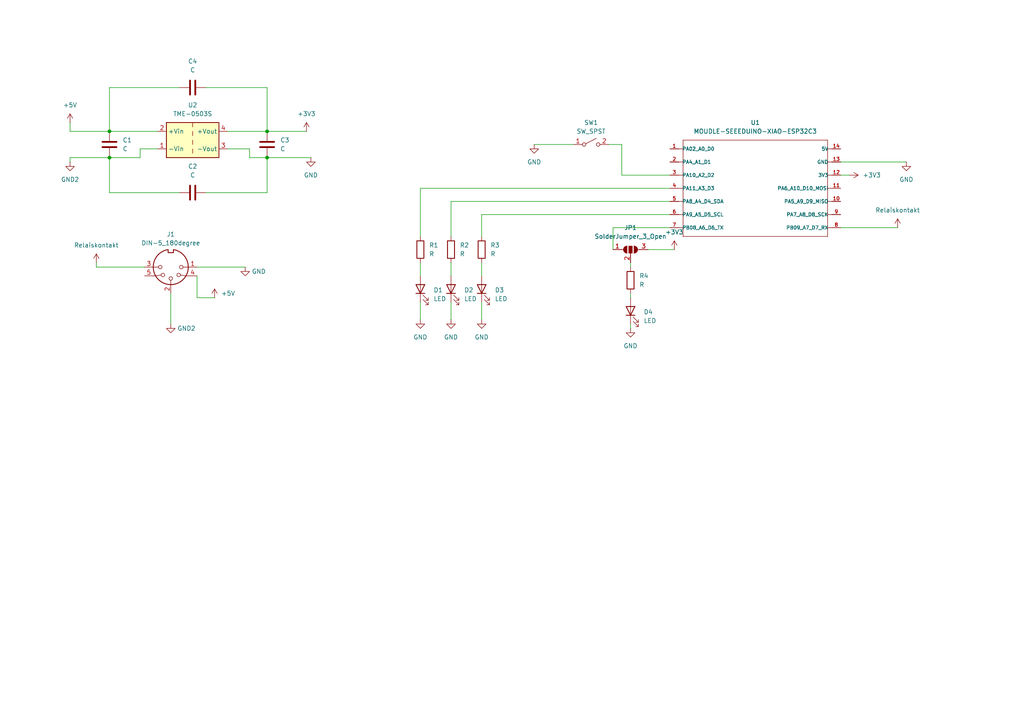
<source format=kicad_sch>
(kicad_sch
	(version 20231120)
	(generator "eeschema")
	(generator_version "8.0")
	(uuid "b02d28cc-7a40-485b-89a5-ebc341f47489")
	(paper "A4")
	(lib_symbols
		(symbol "Connector:DIN-5_180degree"
			(pin_names
				(offset 1.016)
			)
			(exclude_from_sim no)
			(in_bom yes)
			(on_board yes)
			(property "Reference" "J"
				(at 3.175 5.715 0)
				(effects
					(font
						(size 1.27 1.27)
					)
				)
			)
			(property "Value" "DIN-5_180degree"
				(at 0 -6.35 0)
				(effects
					(font
						(size 1.27 1.27)
					)
				)
			)
			(property "Footprint" ""
				(at 0 0 0)
				(effects
					(font
						(size 1.27 1.27)
					)
					(hide yes)
				)
			)
			(property "Datasheet" "http://www.mouser.com/ds/2/18/40_c091_abd_e-75918.pdf"
				(at 0 0 0)
				(effects
					(font
						(size 1.27 1.27)
					)
					(hide yes)
				)
			)
			(property "Description" "5-pin DIN connector (5-pin DIN-5 stereo)"
				(at 0 0 0)
				(effects
					(font
						(size 1.27 1.27)
					)
					(hide yes)
				)
			)
			(property "ki_keywords" "circular DIN connector stereo audio"
				(at 0 0 0)
				(effects
					(font
						(size 1.27 1.27)
					)
					(hide yes)
				)
			)
			(property "ki_fp_filters" "DIN*"
				(at 0 0 0)
				(effects
					(font
						(size 1.27 1.27)
					)
					(hide yes)
				)
			)
			(symbol "DIN-5_180degree_0_1"
				(arc
					(start -5.08 0)
					(mid -3.8609 -3.3364)
					(end -0.762 -5.08)
					(stroke
						(width 0.254)
						(type default)
					)
					(fill
						(type none)
					)
				)
				(circle
					(center -3.048 0)
					(radius 0.508)
					(stroke
						(width 0)
						(type default)
					)
					(fill
						(type none)
					)
				)
				(circle
					(center -2.286 2.286)
					(radius 0.508)
					(stroke
						(width 0)
						(type default)
					)
					(fill
						(type none)
					)
				)
				(polyline
					(pts
						(xy -5.08 0) (xy -3.556 0)
					)
					(stroke
						(width 0)
						(type default)
					)
					(fill
						(type none)
					)
				)
				(polyline
					(pts
						(xy 0 5.08) (xy 0 3.81)
					)
					(stroke
						(width 0)
						(type default)
					)
					(fill
						(type none)
					)
				)
				(polyline
					(pts
						(xy 5.08 0) (xy 3.556 0)
					)
					(stroke
						(width 0)
						(type default)
					)
					(fill
						(type none)
					)
				)
				(polyline
					(pts
						(xy -5.08 2.54) (xy -4.318 2.54) (xy -2.794 2.286)
					)
					(stroke
						(width 0)
						(type default)
					)
					(fill
						(type none)
					)
				)
				(polyline
					(pts
						(xy 5.08 2.54) (xy 4.318 2.54) (xy 2.794 2.286)
					)
					(stroke
						(width 0)
						(type default)
					)
					(fill
						(type none)
					)
				)
				(polyline
					(pts
						(xy -0.762 -4.953) (xy -0.762 -4.191) (xy 0.762 -4.191) (xy 0.762 -4.953)
					)
					(stroke
						(width 0.254)
						(type default)
					)
					(fill
						(type none)
					)
				)
				(circle
					(center 0 3.302)
					(radius 0.508)
					(stroke
						(width 0)
						(type default)
					)
					(fill
						(type none)
					)
				)
				(arc
					(start 0.762 -5.08)
					(mid 3.8685 -3.343)
					(end 5.08 0)
					(stroke
						(width 0.254)
						(type default)
					)
					(fill
						(type none)
					)
				)
				(circle
					(center 2.286 2.286)
					(radius 0.508)
					(stroke
						(width 0)
						(type default)
					)
					(fill
						(type none)
					)
				)
				(circle
					(center 3.048 0)
					(radius 0.508)
					(stroke
						(width 0)
						(type default)
					)
					(fill
						(type none)
					)
				)
				(arc
					(start 5.08 0)
					(mid 0 5.0579)
					(end -5.08 0)
					(stroke
						(width 0.254)
						(type default)
					)
					(fill
						(type none)
					)
				)
			)
			(symbol "DIN-5_180degree_1_1"
				(pin passive line
					(at -7.62 0 0)
					(length 2.54)
					(name "~"
						(effects
							(font
								(size 1.27 1.27)
							)
						)
					)
					(number "1"
						(effects
							(font
								(size 1.27 1.27)
							)
						)
					)
				)
				(pin passive line
					(at 0 7.62 270)
					(length 2.54)
					(name "~"
						(effects
							(font
								(size 1.27 1.27)
							)
						)
					)
					(number "2"
						(effects
							(font
								(size 1.27 1.27)
							)
						)
					)
				)
				(pin passive line
					(at 7.62 0 180)
					(length 2.54)
					(name "~"
						(effects
							(font
								(size 1.27 1.27)
							)
						)
					)
					(number "3"
						(effects
							(font
								(size 1.27 1.27)
							)
						)
					)
				)
				(pin passive line
					(at -7.62 2.54 0)
					(length 2.54)
					(name "~"
						(effects
							(font
								(size 1.27 1.27)
							)
						)
					)
					(number "4"
						(effects
							(font
								(size 1.27 1.27)
							)
						)
					)
				)
				(pin passive line
					(at 7.62 2.54 180)
					(length 2.54)
					(name "~"
						(effects
							(font
								(size 1.27 1.27)
							)
						)
					)
					(number "5"
						(effects
							(font
								(size 1.27 1.27)
							)
						)
					)
				)
			)
		)
		(symbol "Converter_DCDC:TME-0503S"
			(exclude_from_sim no)
			(in_bom yes)
			(on_board yes)
			(property "Reference" "U"
				(at -6.35 6.35 0)
				(effects
					(font
						(size 1.27 1.27)
					)
				)
			)
			(property "Value" "TME-0503S"
				(at 2.54 6.35 0)
				(effects
					(font
						(size 1.27 1.27)
					)
				)
			)
			(property "Footprint" "Converter_DCDC:Converter_DCDC_TRACO_TME_03xxS_05xxS_12xxS_Single_THT"
				(at 0 -8.89 0)
				(effects
					(font
						(size 1.27 1.27)
					)
					(hide yes)
				)
			)
			(property "Datasheet" "https://www.tracopower.com/products/tme.pdf"
				(at 0 -6.35 0)
				(effects
					(font
						(size 1.27 1.27)
					)
					(hide yes)
				)
			)
			(property "Description" "1W DC/DC converter unregulated, 4.5-5.5V input, 3.3V output voltage, 260mA output, 1kVDC isolation, SIP-4"
				(at 0 0 0)
				(effects
					(font
						(size 1.27 1.27)
					)
					(hide yes)
				)
			)
			(property "ki_keywords" "Traco isolated isolation dc-dc converter not-regulated non-regulated single 1W"
				(at 0 0 0)
				(effects
					(font
						(size 1.27 1.27)
					)
					(hide yes)
				)
			)
			(property "ki_fp_filters" "Converter*DCDC*TRACO*TME*03xxS*05xxS*12xxS*Single*"
				(at 0 0 0)
				(effects
					(font
						(size 1.27 1.27)
					)
					(hide yes)
				)
			)
			(symbol "TME-0503S_0_0"
				(pin power_in line
					(at -10.16 -2.54 0)
					(length 2.54)
					(name "-Vin"
						(effects
							(font
								(size 1.27 1.27)
							)
						)
					)
					(number "1"
						(effects
							(font
								(size 1.27 1.27)
							)
						)
					)
				)
				(pin power_in line
					(at -10.16 2.54 0)
					(length 2.54)
					(name "+Vin"
						(effects
							(font
								(size 1.27 1.27)
							)
						)
					)
					(number "2"
						(effects
							(font
								(size 1.27 1.27)
							)
						)
					)
				)
				(pin power_out line
					(at 10.16 -2.54 180)
					(length 2.54)
					(name "-Vout"
						(effects
							(font
								(size 1.27 1.27)
							)
						)
					)
					(number "3"
						(effects
							(font
								(size 1.27 1.27)
							)
						)
					)
				)
				(pin power_out line
					(at 10.16 2.54 180)
					(length 2.54)
					(name "+Vout"
						(effects
							(font
								(size 1.27 1.27)
							)
						)
					)
					(number "4"
						(effects
							(font
								(size 1.27 1.27)
							)
						)
					)
				)
			)
			(symbol "TME-0503S_0_1"
				(rectangle
					(start -7.62 5.08)
					(end 7.62 -5.08)
					(stroke
						(width 0.254)
						(type default)
					)
					(fill
						(type background)
					)
				)
				(polyline
					(pts
						(xy 0 -2.54) (xy 0 -3.81)
					)
					(stroke
						(width 0)
						(type default)
					)
					(fill
						(type none)
					)
				)
				(polyline
					(pts
						(xy 0 0) (xy 0 -1.27)
					)
					(stroke
						(width 0)
						(type default)
					)
					(fill
						(type none)
					)
				)
				(polyline
					(pts
						(xy 0 2.54) (xy 0 1.27)
					)
					(stroke
						(width 0)
						(type default)
					)
					(fill
						(type none)
					)
				)
				(polyline
					(pts
						(xy 0 5.08) (xy 0 3.81)
					)
					(stroke
						(width 0)
						(type default)
					)
					(fill
						(type none)
					)
				)
			)
		)
		(symbol "Device:C"
			(pin_numbers hide)
			(pin_names
				(offset 0.254)
			)
			(exclude_from_sim no)
			(in_bom yes)
			(on_board yes)
			(property "Reference" "C"
				(at 0.635 2.54 0)
				(effects
					(font
						(size 1.27 1.27)
					)
					(justify left)
				)
			)
			(property "Value" "C"
				(at 0.635 -2.54 0)
				(effects
					(font
						(size 1.27 1.27)
					)
					(justify left)
				)
			)
			(property "Footprint" ""
				(at 0.9652 -3.81 0)
				(effects
					(font
						(size 1.27 1.27)
					)
					(hide yes)
				)
			)
			(property "Datasheet" "~"
				(at 0 0 0)
				(effects
					(font
						(size 1.27 1.27)
					)
					(hide yes)
				)
			)
			(property "Description" "Unpolarized capacitor"
				(at 0 0 0)
				(effects
					(font
						(size 1.27 1.27)
					)
					(hide yes)
				)
			)
			(property "ki_keywords" "cap capacitor"
				(at 0 0 0)
				(effects
					(font
						(size 1.27 1.27)
					)
					(hide yes)
				)
			)
			(property "ki_fp_filters" "C_*"
				(at 0 0 0)
				(effects
					(font
						(size 1.27 1.27)
					)
					(hide yes)
				)
			)
			(symbol "C_0_1"
				(polyline
					(pts
						(xy -2.032 -0.762) (xy 2.032 -0.762)
					)
					(stroke
						(width 0.508)
						(type default)
					)
					(fill
						(type none)
					)
				)
				(polyline
					(pts
						(xy -2.032 0.762) (xy 2.032 0.762)
					)
					(stroke
						(width 0.508)
						(type default)
					)
					(fill
						(type none)
					)
				)
			)
			(symbol "C_1_1"
				(pin passive line
					(at 0 3.81 270)
					(length 2.794)
					(name "~"
						(effects
							(font
								(size 1.27 1.27)
							)
						)
					)
					(number "1"
						(effects
							(font
								(size 1.27 1.27)
							)
						)
					)
				)
				(pin passive line
					(at 0 -3.81 90)
					(length 2.794)
					(name "~"
						(effects
							(font
								(size 1.27 1.27)
							)
						)
					)
					(number "2"
						(effects
							(font
								(size 1.27 1.27)
							)
						)
					)
				)
			)
		)
		(symbol "Device:LED"
			(pin_numbers hide)
			(pin_names
				(offset 1.016) hide)
			(exclude_from_sim no)
			(in_bom yes)
			(on_board yes)
			(property "Reference" "D"
				(at 0 2.54 0)
				(effects
					(font
						(size 1.27 1.27)
					)
				)
			)
			(property "Value" "LED"
				(at 0 -2.54 0)
				(effects
					(font
						(size 1.27 1.27)
					)
				)
			)
			(property "Footprint" ""
				(at 0 0 0)
				(effects
					(font
						(size 1.27 1.27)
					)
					(hide yes)
				)
			)
			(property "Datasheet" "~"
				(at 0 0 0)
				(effects
					(font
						(size 1.27 1.27)
					)
					(hide yes)
				)
			)
			(property "Description" "Light emitting diode"
				(at 0 0 0)
				(effects
					(font
						(size 1.27 1.27)
					)
					(hide yes)
				)
			)
			(property "ki_keywords" "LED diode"
				(at 0 0 0)
				(effects
					(font
						(size 1.27 1.27)
					)
					(hide yes)
				)
			)
			(property "ki_fp_filters" "LED* LED_SMD:* LED_THT:*"
				(at 0 0 0)
				(effects
					(font
						(size 1.27 1.27)
					)
					(hide yes)
				)
			)
			(symbol "LED_0_1"
				(polyline
					(pts
						(xy -1.27 -1.27) (xy -1.27 1.27)
					)
					(stroke
						(width 0.254)
						(type default)
					)
					(fill
						(type none)
					)
				)
				(polyline
					(pts
						(xy -1.27 0) (xy 1.27 0)
					)
					(stroke
						(width 0)
						(type default)
					)
					(fill
						(type none)
					)
				)
				(polyline
					(pts
						(xy 1.27 -1.27) (xy 1.27 1.27) (xy -1.27 0) (xy 1.27 -1.27)
					)
					(stroke
						(width 0.254)
						(type default)
					)
					(fill
						(type none)
					)
				)
				(polyline
					(pts
						(xy -3.048 -0.762) (xy -4.572 -2.286) (xy -3.81 -2.286) (xy -4.572 -2.286) (xy -4.572 -1.524)
					)
					(stroke
						(width 0)
						(type default)
					)
					(fill
						(type none)
					)
				)
				(polyline
					(pts
						(xy -1.778 -0.762) (xy -3.302 -2.286) (xy -2.54 -2.286) (xy -3.302 -2.286) (xy -3.302 -1.524)
					)
					(stroke
						(width 0)
						(type default)
					)
					(fill
						(type none)
					)
				)
			)
			(symbol "LED_1_1"
				(pin passive line
					(at -3.81 0 0)
					(length 2.54)
					(name "K"
						(effects
							(font
								(size 1.27 1.27)
							)
						)
					)
					(number "1"
						(effects
							(font
								(size 1.27 1.27)
							)
						)
					)
				)
				(pin passive line
					(at 3.81 0 180)
					(length 2.54)
					(name "A"
						(effects
							(font
								(size 1.27 1.27)
							)
						)
					)
					(number "2"
						(effects
							(font
								(size 1.27 1.27)
							)
						)
					)
				)
			)
		)
		(symbol "Device:R"
			(pin_numbers hide)
			(pin_names
				(offset 0)
			)
			(exclude_from_sim no)
			(in_bom yes)
			(on_board yes)
			(property "Reference" "R"
				(at 2.032 0 90)
				(effects
					(font
						(size 1.27 1.27)
					)
				)
			)
			(property "Value" "R"
				(at 0 0 90)
				(effects
					(font
						(size 1.27 1.27)
					)
				)
			)
			(property "Footprint" ""
				(at -1.778 0 90)
				(effects
					(font
						(size 1.27 1.27)
					)
					(hide yes)
				)
			)
			(property "Datasheet" "~"
				(at 0 0 0)
				(effects
					(font
						(size 1.27 1.27)
					)
					(hide yes)
				)
			)
			(property "Description" "Resistor"
				(at 0 0 0)
				(effects
					(font
						(size 1.27 1.27)
					)
					(hide yes)
				)
			)
			(property "ki_keywords" "R res resistor"
				(at 0 0 0)
				(effects
					(font
						(size 1.27 1.27)
					)
					(hide yes)
				)
			)
			(property "ki_fp_filters" "R_*"
				(at 0 0 0)
				(effects
					(font
						(size 1.27 1.27)
					)
					(hide yes)
				)
			)
			(symbol "R_0_1"
				(rectangle
					(start -1.016 -2.54)
					(end 1.016 2.54)
					(stroke
						(width 0.254)
						(type default)
					)
					(fill
						(type none)
					)
				)
			)
			(symbol "R_1_1"
				(pin passive line
					(at 0 3.81 270)
					(length 1.27)
					(name "~"
						(effects
							(font
								(size 1.27 1.27)
							)
						)
					)
					(number "1"
						(effects
							(font
								(size 1.27 1.27)
							)
						)
					)
				)
				(pin passive line
					(at 0 -3.81 90)
					(length 1.27)
					(name "~"
						(effects
							(font
								(size 1.27 1.27)
							)
						)
					)
					(number "2"
						(effects
							(font
								(size 1.27 1.27)
							)
						)
					)
				)
			)
		)
		(symbol "Jumper:SolderJumper_3_Open"
			(pin_names
				(offset 0) hide)
			(exclude_from_sim yes)
			(in_bom no)
			(on_board yes)
			(property "Reference" "JP"
				(at -2.54 -2.54 0)
				(effects
					(font
						(size 1.27 1.27)
					)
				)
			)
			(property "Value" "SolderJumper_3_Open"
				(at 0 2.794 0)
				(effects
					(font
						(size 1.27 1.27)
					)
				)
			)
			(property "Footprint" ""
				(at 0 0 0)
				(effects
					(font
						(size 1.27 1.27)
					)
					(hide yes)
				)
			)
			(property "Datasheet" "~"
				(at 0 0 0)
				(effects
					(font
						(size 1.27 1.27)
					)
					(hide yes)
				)
			)
			(property "Description" "Solder Jumper, 3-pole, open"
				(at 0 0 0)
				(effects
					(font
						(size 1.27 1.27)
					)
					(hide yes)
				)
			)
			(property "ki_keywords" "Solder Jumper SPDT"
				(at 0 0 0)
				(effects
					(font
						(size 1.27 1.27)
					)
					(hide yes)
				)
			)
			(property "ki_fp_filters" "SolderJumper*Open*"
				(at 0 0 0)
				(effects
					(font
						(size 1.27 1.27)
					)
					(hide yes)
				)
			)
			(symbol "SolderJumper_3_Open_0_1"
				(arc
					(start -1.016 1.016)
					(mid -2.0276 0)
					(end -1.016 -1.016)
					(stroke
						(width 0)
						(type default)
					)
					(fill
						(type none)
					)
				)
				(arc
					(start -1.016 1.016)
					(mid -2.0276 0)
					(end -1.016 -1.016)
					(stroke
						(width 0)
						(type default)
					)
					(fill
						(type outline)
					)
				)
				(rectangle
					(start -0.508 1.016)
					(end 0.508 -1.016)
					(stroke
						(width 0)
						(type default)
					)
					(fill
						(type outline)
					)
				)
				(polyline
					(pts
						(xy -2.54 0) (xy -2.032 0)
					)
					(stroke
						(width 0)
						(type default)
					)
					(fill
						(type none)
					)
				)
				(polyline
					(pts
						(xy -1.016 1.016) (xy -1.016 -1.016)
					)
					(stroke
						(width 0)
						(type default)
					)
					(fill
						(type none)
					)
				)
				(polyline
					(pts
						(xy 0 -1.27) (xy 0 -1.016)
					)
					(stroke
						(width 0)
						(type default)
					)
					(fill
						(type none)
					)
				)
				(polyline
					(pts
						(xy 1.016 1.016) (xy 1.016 -1.016)
					)
					(stroke
						(width 0)
						(type default)
					)
					(fill
						(type none)
					)
				)
				(polyline
					(pts
						(xy 2.54 0) (xy 2.032 0)
					)
					(stroke
						(width 0)
						(type default)
					)
					(fill
						(type none)
					)
				)
				(arc
					(start 1.016 -1.016)
					(mid 2.0276 0)
					(end 1.016 1.016)
					(stroke
						(width 0)
						(type default)
					)
					(fill
						(type none)
					)
				)
				(arc
					(start 1.016 -1.016)
					(mid 2.0276 0)
					(end 1.016 1.016)
					(stroke
						(width 0)
						(type default)
					)
					(fill
						(type outline)
					)
				)
			)
			(symbol "SolderJumper_3_Open_1_1"
				(pin passive line
					(at -5.08 0 0)
					(length 2.54)
					(name "A"
						(effects
							(font
								(size 1.27 1.27)
							)
						)
					)
					(number "1"
						(effects
							(font
								(size 1.27 1.27)
							)
						)
					)
				)
				(pin passive line
					(at 0 -3.81 90)
					(length 2.54)
					(name "C"
						(effects
							(font
								(size 1.27 1.27)
							)
						)
					)
					(number "2"
						(effects
							(font
								(size 1.27 1.27)
							)
						)
					)
				)
				(pin passive line
					(at 5.08 0 180)
					(length 2.54)
					(name "B"
						(effects
							(font
								(size 1.27 1.27)
							)
						)
					)
					(number "3"
						(effects
							(font
								(size 1.27 1.27)
							)
						)
					)
				)
			)
		)
		(symbol "MOUDLE-SEEEDUINO-XIAO-ESP32C3:MOUDLE-SEEEDUINO-XIAO-ESP32C3"
			(pin_names
				(offset 1.016)
			)
			(exclude_from_sim no)
			(in_bom yes)
			(on_board yes)
			(property "Reference" "U"
				(at -21.59 15.24 0)
				(effects
					(font
						(size 1.27 1.27)
					)
					(justify left bottom)
				)
			)
			(property "Value" "MOUDLE-SEEEDUINO-XIAO-ESP32C3"
				(at -21.59 13.97 0)
				(effects
					(font
						(size 1.27 1.27)
					)
					(justify left bottom)
				)
			)
			(property "Footprint" "MOUDLE14P-SMD-2.54-21X17.8MM"
				(at 0 0 0)
				(effects
					(font
						(size 1.27 1.27)
					)
					(justify bottom)
					(hide yes)
				)
			)
			(property "Datasheet" ""
				(at 0 0 0)
				(effects
					(font
						(size 1.27 1.27)
					)
					(hide yes)
				)
			)
			(property "Description" ""
				(at 0 0 0)
				(effects
					(font
						(size 1.27 1.27)
					)
					(hide yes)
				)
			)
			(symbol "MOUDLE-SEEEDUINO-XIAO-ESP32C3_0_0"
				(polyline
					(pts
						(xy -21.59 -13.97) (xy -21.59 0)
					)
					(stroke
						(width 0.1524)
						(type default)
					)
					(fill
						(type none)
					)
				)
				(polyline
					(pts
						(xy -21.59 -11.43) (xy -22.86 -11.43)
					)
					(stroke
						(width 0.1524)
						(type default)
					)
					(fill
						(type none)
					)
				)
				(polyline
					(pts
						(xy -21.59 -7.62) (xy -22.86 -7.62)
					)
					(stroke
						(width 0.1524)
						(type default)
					)
					(fill
						(type none)
					)
				)
				(polyline
					(pts
						(xy -21.59 -3.81) (xy -22.86 -3.81)
					)
					(stroke
						(width 0.1524)
						(type default)
					)
					(fill
						(type none)
					)
				)
				(polyline
					(pts
						(xy -21.59 0) (xy -22.86 0)
					)
					(stroke
						(width 0.1524)
						(type default)
					)
					(fill
						(type none)
					)
				)
				(polyline
					(pts
						(xy -21.59 0) (xy -21.59 3.81)
					)
					(stroke
						(width 0.1524)
						(type default)
					)
					(fill
						(type none)
					)
				)
				(polyline
					(pts
						(xy -21.59 3.81) (xy -22.86 3.81)
					)
					(stroke
						(width 0.1524)
						(type default)
					)
					(fill
						(type none)
					)
				)
				(polyline
					(pts
						(xy -21.59 3.81) (xy -21.59 7.62)
					)
					(stroke
						(width 0.1524)
						(type default)
					)
					(fill
						(type none)
					)
				)
				(polyline
					(pts
						(xy -21.59 7.62) (xy -22.86 7.62)
					)
					(stroke
						(width 0.1524)
						(type default)
					)
					(fill
						(type none)
					)
				)
				(polyline
					(pts
						(xy -21.59 7.62) (xy -21.59 11.43)
					)
					(stroke
						(width 0.1524)
						(type default)
					)
					(fill
						(type none)
					)
				)
				(polyline
					(pts
						(xy -21.59 11.43) (xy -22.86 11.43)
					)
					(stroke
						(width 0.1524)
						(type default)
					)
					(fill
						(type none)
					)
				)
				(polyline
					(pts
						(xy -21.59 11.43) (xy -21.59 13.97)
					)
					(stroke
						(width 0.1524)
						(type default)
					)
					(fill
						(type none)
					)
				)
				(polyline
					(pts
						(xy -21.59 13.97) (xy 20.32 13.97)
					)
					(stroke
						(width 0.1524)
						(type default)
					)
					(fill
						(type none)
					)
				)
				(polyline
					(pts
						(xy 20.32 -13.97) (xy -21.59 -13.97)
					)
					(stroke
						(width 0.1524)
						(type default)
					)
					(fill
						(type none)
					)
				)
				(polyline
					(pts
						(xy 20.32 3.81) (xy 20.32 -13.97)
					)
					(stroke
						(width 0.1524)
						(type default)
					)
					(fill
						(type none)
					)
				)
				(polyline
					(pts
						(xy 20.32 7.62) (xy 20.32 3.81)
					)
					(stroke
						(width 0.1524)
						(type default)
					)
					(fill
						(type none)
					)
				)
				(polyline
					(pts
						(xy 20.32 11.43) (xy 20.32 7.62)
					)
					(stroke
						(width 0.1524)
						(type default)
					)
					(fill
						(type none)
					)
				)
				(polyline
					(pts
						(xy 20.32 13.97) (xy 20.32 11.43)
					)
					(stroke
						(width 0.1524)
						(type default)
					)
					(fill
						(type none)
					)
				)
				(polyline
					(pts
						(xy 21.59 -11.43) (xy 20.32 -11.43)
					)
					(stroke
						(width 0.1524)
						(type default)
					)
					(fill
						(type none)
					)
				)
				(polyline
					(pts
						(xy 21.59 -7.62) (xy 20.32 -7.62)
					)
					(stroke
						(width 0.1524)
						(type default)
					)
					(fill
						(type none)
					)
				)
				(polyline
					(pts
						(xy 21.59 -3.81) (xy 20.32 -3.81)
					)
					(stroke
						(width 0.1524)
						(type default)
					)
					(fill
						(type none)
					)
				)
				(polyline
					(pts
						(xy 21.59 0) (xy 20.32 0)
					)
					(stroke
						(width 0.1524)
						(type default)
					)
					(fill
						(type none)
					)
				)
				(polyline
					(pts
						(xy 21.59 3.81) (xy 20.32 3.81)
					)
					(stroke
						(width 0.1524)
						(type default)
					)
					(fill
						(type none)
					)
				)
				(polyline
					(pts
						(xy 21.59 7.62) (xy 20.32 7.62)
					)
					(stroke
						(width 0.1524)
						(type default)
					)
					(fill
						(type none)
					)
				)
				(polyline
					(pts
						(xy 21.59 11.43) (xy 20.32 11.43)
					)
					(stroke
						(width 0.1524)
						(type default)
					)
					(fill
						(type none)
					)
				)
				(pin bidirectional line
					(at -25.4 11.43 0)
					(length 2.54)
					(name "PA02_A0_D0"
						(effects
							(font
								(size 1.016 1.016)
							)
						)
					)
					(number "1"
						(effects
							(font
								(size 1.016 1.016)
							)
						)
					)
				)
				(pin bidirectional line
					(at 24.13 -3.81 180)
					(length 2.54)
					(name "PA5_A9_D9_MISO"
						(effects
							(font
								(size 1.016 1.016)
							)
						)
					)
					(number "10"
						(effects
							(font
								(size 1.016 1.016)
							)
						)
					)
				)
				(pin bidirectional line
					(at 24.13 0 180)
					(length 2.54)
					(name "PA6_A10_D10_MOSI"
						(effects
							(font
								(size 1.016 1.016)
							)
						)
					)
					(number "11"
						(effects
							(font
								(size 1.016 1.016)
							)
						)
					)
				)
				(pin bidirectional line
					(at 24.13 3.81 180)
					(length 2.54)
					(name "3V3"
						(effects
							(font
								(size 1.016 1.016)
							)
						)
					)
					(number "12"
						(effects
							(font
								(size 1.016 1.016)
							)
						)
					)
				)
				(pin bidirectional line
					(at 24.13 7.62 180)
					(length 2.54)
					(name "GND"
						(effects
							(font
								(size 1.016 1.016)
							)
						)
					)
					(number "13"
						(effects
							(font
								(size 1.016 1.016)
							)
						)
					)
				)
				(pin bidirectional line
					(at 24.13 11.43 180)
					(length 2.54)
					(name "5V"
						(effects
							(font
								(size 1.016 1.016)
							)
						)
					)
					(number "14"
						(effects
							(font
								(size 1.016 1.016)
							)
						)
					)
				)
				(pin bidirectional line
					(at -25.4 7.62 0)
					(length 2.54)
					(name "PA4_A1_D1"
						(effects
							(font
								(size 1.016 1.016)
							)
						)
					)
					(number "2"
						(effects
							(font
								(size 1.016 1.016)
							)
						)
					)
				)
				(pin bidirectional line
					(at -25.4 3.81 0)
					(length 2.54)
					(name "PA10_A2_D2"
						(effects
							(font
								(size 1.016 1.016)
							)
						)
					)
					(number "3"
						(effects
							(font
								(size 1.016 1.016)
							)
						)
					)
				)
				(pin bidirectional line
					(at -25.4 0 0)
					(length 2.54)
					(name "PA11_A3_D3"
						(effects
							(font
								(size 1.016 1.016)
							)
						)
					)
					(number "4"
						(effects
							(font
								(size 1.016 1.016)
							)
						)
					)
				)
				(pin bidirectional line
					(at -25.4 -3.81 0)
					(length 2.54)
					(name "PA8_A4_D4_SDA"
						(effects
							(font
								(size 1.016 1.016)
							)
						)
					)
					(number "5"
						(effects
							(font
								(size 1.016 1.016)
							)
						)
					)
				)
				(pin bidirectional line
					(at -25.4 -7.62 0)
					(length 2.54)
					(name "PA9_A5_D5_SCL"
						(effects
							(font
								(size 1.016 1.016)
							)
						)
					)
					(number "6"
						(effects
							(font
								(size 1.016 1.016)
							)
						)
					)
				)
				(pin bidirectional line
					(at -25.4 -11.43 0)
					(length 2.54)
					(name "PB08_A6_D6_TX"
						(effects
							(font
								(size 1.016 1.016)
							)
						)
					)
					(number "7"
						(effects
							(font
								(size 1.016 1.016)
							)
						)
					)
				)
				(pin bidirectional line
					(at 24.13 -11.43 180)
					(length 2.54)
					(name "PB09_A7_D7_RX"
						(effects
							(font
								(size 1.016 1.016)
							)
						)
					)
					(number "8"
						(effects
							(font
								(size 1.016 1.016)
							)
						)
					)
				)
				(pin bidirectional line
					(at 24.13 -7.62 180)
					(length 2.54)
					(name "PA7_A8_D8_SCK"
						(effects
							(font
								(size 1.016 1.016)
							)
						)
					)
					(number "9"
						(effects
							(font
								(size 1.016 1.016)
							)
						)
					)
				)
			)
		)
		(symbol "Switch:SW_SPST"
			(pin_names
				(offset 0) hide)
			(exclude_from_sim no)
			(in_bom yes)
			(on_board yes)
			(property "Reference" "SW"
				(at 0 3.175 0)
				(effects
					(font
						(size 1.27 1.27)
					)
				)
			)
			(property "Value" "SW_SPST"
				(at 0 -2.54 0)
				(effects
					(font
						(size 1.27 1.27)
					)
				)
			)
			(property "Footprint" ""
				(at 0 0 0)
				(effects
					(font
						(size 1.27 1.27)
					)
					(hide yes)
				)
			)
			(property "Datasheet" "~"
				(at 0 0 0)
				(effects
					(font
						(size 1.27 1.27)
					)
					(hide yes)
				)
			)
			(property "Description" "Single Pole Single Throw (SPST) switch"
				(at 0 0 0)
				(effects
					(font
						(size 1.27 1.27)
					)
					(hide yes)
				)
			)
			(property "ki_keywords" "switch lever"
				(at 0 0 0)
				(effects
					(font
						(size 1.27 1.27)
					)
					(hide yes)
				)
			)
			(symbol "SW_SPST_0_0"
				(circle
					(center -2.032 0)
					(radius 0.508)
					(stroke
						(width 0)
						(type default)
					)
					(fill
						(type none)
					)
				)
				(polyline
					(pts
						(xy -1.524 0.254) (xy 1.524 1.778)
					)
					(stroke
						(width 0)
						(type default)
					)
					(fill
						(type none)
					)
				)
				(circle
					(center 2.032 0)
					(radius 0.508)
					(stroke
						(width 0)
						(type default)
					)
					(fill
						(type none)
					)
				)
			)
			(symbol "SW_SPST_1_1"
				(pin passive line
					(at -5.08 0 0)
					(length 2.54)
					(name "A"
						(effects
							(font
								(size 1.27 1.27)
							)
						)
					)
					(number "1"
						(effects
							(font
								(size 1.27 1.27)
							)
						)
					)
				)
				(pin passive line
					(at 5.08 0 180)
					(length 2.54)
					(name "B"
						(effects
							(font
								(size 1.27 1.27)
							)
						)
					)
					(number "2"
						(effects
							(font
								(size 1.27 1.27)
							)
						)
					)
				)
			)
		)
		(symbol "power:+3V3"
			(power)
			(pin_numbers hide)
			(pin_names
				(offset 0) hide)
			(exclude_from_sim no)
			(in_bom yes)
			(on_board yes)
			(property "Reference" "#PWR"
				(at 0 -3.81 0)
				(effects
					(font
						(size 1.27 1.27)
					)
					(hide yes)
				)
			)
			(property "Value" "+3V3"
				(at 0 3.556 0)
				(effects
					(font
						(size 1.27 1.27)
					)
				)
			)
			(property "Footprint" ""
				(at 0 0 0)
				(effects
					(font
						(size 1.27 1.27)
					)
					(hide yes)
				)
			)
			(property "Datasheet" ""
				(at 0 0 0)
				(effects
					(font
						(size 1.27 1.27)
					)
					(hide yes)
				)
			)
			(property "Description" "Power symbol creates a global label with name \"+3V3\""
				(at 0 0 0)
				(effects
					(font
						(size 1.27 1.27)
					)
					(hide yes)
				)
			)
			(property "ki_keywords" "global power"
				(at 0 0 0)
				(effects
					(font
						(size 1.27 1.27)
					)
					(hide yes)
				)
			)
			(symbol "+3V3_0_1"
				(polyline
					(pts
						(xy -0.762 1.27) (xy 0 2.54)
					)
					(stroke
						(width 0)
						(type default)
					)
					(fill
						(type none)
					)
				)
				(polyline
					(pts
						(xy 0 0) (xy 0 2.54)
					)
					(stroke
						(width 0)
						(type default)
					)
					(fill
						(type none)
					)
				)
				(polyline
					(pts
						(xy 0 2.54) (xy 0.762 1.27)
					)
					(stroke
						(width 0)
						(type default)
					)
					(fill
						(type none)
					)
				)
			)
			(symbol "+3V3_1_1"
				(pin power_in line
					(at 0 0 90)
					(length 0)
					(name "~"
						(effects
							(font
								(size 1.27 1.27)
							)
						)
					)
					(number "1"
						(effects
							(font
								(size 1.27 1.27)
							)
						)
					)
				)
			)
		)
		(symbol "power:+5V"
			(power)
			(pin_numbers hide)
			(pin_names
				(offset 0) hide)
			(exclude_from_sim no)
			(in_bom yes)
			(on_board yes)
			(property "Reference" "#PWR"
				(at 0 -3.81 0)
				(effects
					(font
						(size 1.27 1.27)
					)
					(hide yes)
				)
			)
			(property "Value" "+5V"
				(at 0 3.556 0)
				(effects
					(font
						(size 1.27 1.27)
					)
				)
			)
			(property "Footprint" ""
				(at 0 0 0)
				(effects
					(font
						(size 1.27 1.27)
					)
					(hide yes)
				)
			)
			(property "Datasheet" ""
				(at 0 0 0)
				(effects
					(font
						(size 1.27 1.27)
					)
					(hide yes)
				)
			)
			(property "Description" "Power symbol creates a global label with name \"+5V\""
				(at 0 0 0)
				(effects
					(font
						(size 1.27 1.27)
					)
					(hide yes)
				)
			)
			(property "ki_keywords" "global power"
				(at 0 0 0)
				(effects
					(font
						(size 1.27 1.27)
					)
					(hide yes)
				)
			)
			(symbol "+5V_0_1"
				(polyline
					(pts
						(xy -0.762 1.27) (xy 0 2.54)
					)
					(stroke
						(width 0)
						(type default)
					)
					(fill
						(type none)
					)
				)
				(polyline
					(pts
						(xy 0 0) (xy 0 2.54)
					)
					(stroke
						(width 0)
						(type default)
					)
					(fill
						(type none)
					)
				)
				(polyline
					(pts
						(xy 0 2.54) (xy 0.762 1.27)
					)
					(stroke
						(width 0)
						(type default)
					)
					(fill
						(type none)
					)
				)
			)
			(symbol "+5V_1_1"
				(pin power_in line
					(at 0 0 90)
					(length 0)
					(name "~"
						(effects
							(font
								(size 1.27 1.27)
							)
						)
					)
					(number "1"
						(effects
							(font
								(size 1.27 1.27)
							)
						)
					)
				)
			)
		)
		(symbol "power:GND"
			(power)
			(pin_numbers hide)
			(pin_names
				(offset 0) hide)
			(exclude_from_sim no)
			(in_bom yes)
			(on_board yes)
			(property "Reference" "#PWR"
				(at 0 -6.35 0)
				(effects
					(font
						(size 1.27 1.27)
					)
					(hide yes)
				)
			)
			(property "Value" "GND"
				(at 0 -3.81 0)
				(effects
					(font
						(size 1.27 1.27)
					)
				)
			)
			(property "Footprint" ""
				(at 0 0 0)
				(effects
					(font
						(size 1.27 1.27)
					)
					(hide yes)
				)
			)
			(property "Datasheet" ""
				(at 0 0 0)
				(effects
					(font
						(size 1.27 1.27)
					)
					(hide yes)
				)
			)
			(property "Description" "Power symbol creates a global label with name \"GND\" , ground"
				(at 0 0 0)
				(effects
					(font
						(size 1.27 1.27)
					)
					(hide yes)
				)
			)
			(property "ki_keywords" "global power"
				(at 0 0 0)
				(effects
					(font
						(size 1.27 1.27)
					)
					(hide yes)
				)
			)
			(symbol "GND_0_1"
				(polyline
					(pts
						(xy 0 0) (xy 0 -1.27) (xy 1.27 -1.27) (xy 0 -2.54) (xy -1.27 -1.27) (xy 0 -1.27)
					)
					(stroke
						(width 0)
						(type default)
					)
					(fill
						(type none)
					)
				)
			)
			(symbol "GND_1_1"
				(pin power_in line
					(at 0 0 270)
					(length 0)
					(name "~"
						(effects
							(font
								(size 1.27 1.27)
							)
						)
					)
					(number "1"
						(effects
							(font
								(size 1.27 1.27)
							)
						)
					)
				)
			)
		)
	)
	(junction
		(at 77.47 45.72)
		(diameter 0)
		(color 0 0 0 0)
		(uuid "404532df-5c0a-4e35-81cf-47577a92f6cf")
	)
	(junction
		(at 31.75 38.1)
		(diameter 0)
		(color 0 0 0 0)
		(uuid "4d9025dc-1df0-4b88-a693-9a5d196c97ca")
	)
	(junction
		(at 77.47 38.1)
		(diameter 0)
		(color 0 0 0 0)
		(uuid "b403d6ee-0f9f-4ed3-bd56-a68bf299076a")
	)
	(junction
		(at 31.75 45.72)
		(diameter 0)
		(color 0 0 0 0)
		(uuid "bf047d6c-fdc1-41ad-963a-c681f1ca3c68")
	)
	(wire
		(pts
			(xy 154.94 41.91) (xy 166.37 41.91)
		)
		(stroke
			(width 0)
			(type default)
		)
		(uuid "00bd599c-035e-470c-a93d-8063ccec360b")
	)
	(wire
		(pts
			(xy 182.88 93.98) (xy 182.88 95.25)
		)
		(stroke
			(width 0)
			(type default)
		)
		(uuid "0155c4a1-cce7-4cb8-a0a6-50ae8500a0c5")
	)
	(wire
		(pts
			(xy 20.32 38.1) (xy 31.75 38.1)
		)
		(stroke
			(width 0)
			(type default)
		)
		(uuid "02685b26-ae90-4ed8-a123-c6e25c765ad5")
	)
	(wire
		(pts
			(xy 77.47 45.72) (xy 90.17 45.72)
		)
		(stroke
			(width 0)
			(type default)
		)
		(uuid "02f52110-31d7-46a4-bcc7-c72fc7146a7a")
	)
	(wire
		(pts
			(xy 52.07 25.4) (xy 31.75 25.4)
		)
		(stroke
			(width 0)
			(type default)
		)
		(uuid "0444cf22-ada6-4f00-a66f-75783d49c5a6")
	)
	(wire
		(pts
			(xy 139.7 68.58) (xy 139.7 62.23)
		)
		(stroke
			(width 0)
			(type default)
		)
		(uuid "048611a4-28b1-4dc8-b077-58e8957fafc7")
	)
	(wire
		(pts
			(xy 182.88 85.09) (xy 182.88 86.36)
		)
		(stroke
			(width 0)
			(type default)
		)
		(uuid "06b37f56-3251-4bca-9424-94edbe50eae2")
	)
	(wire
		(pts
			(xy 176.53 41.91) (xy 180.34 41.91)
		)
		(stroke
			(width 0)
			(type default)
		)
		(uuid "0788366b-b193-454b-94df-3e536b5af288")
	)
	(wire
		(pts
			(xy 243.84 66.04) (xy 260.35 66.04)
		)
		(stroke
			(width 0)
			(type default)
		)
		(uuid "0b824e09-68a2-4a2e-8107-ee06f0df108f")
	)
	(wire
		(pts
			(xy 180.34 41.91) (xy 180.34 50.8)
		)
		(stroke
			(width 0)
			(type default)
		)
		(uuid "183ca2b9-16a9-48bc-b3af-69611225b180")
	)
	(wire
		(pts
			(xy 121.92 87.63) (xy 121.92 92.71)
		)
		(stroke
			(width 0)
			(type default)
		)
		(uuid "1a25a6e7-0347-45b0-9600-9f917e376a79")
	)
	(wire
		(pts
			(xy 130.81 58.42) (xy 194.31 58.42)
		)
		(stroke
			(width 0)
			(type default)
		)
		(uuid "208fba9c-380c-4e0c-8435-d662ee686dc3")
	)
	(wire
		(pts
			(xy 121.92 68.58) (xy 121.92 54.61)
		)
		(stroke
			(width 0)
			(type default)
		)
		(uuid "2159997e-2ab3-4f37-9ab5-0a8501d43c9c")
	)
	(wire
		(pts
			(xy 180.34 50.8) (xy 194.31 50.8)
		)
		(stroke
			(width 0)
			(type default)
		)
		(uuid "24c39b11-3f4c-4730-af58-96aec961d323")
	)
	(wire
		(pts
			(xy 187.96 72.39) (xy 195.58 72.39)
		)
		(stroke
			(width 0)
			(type default)
		)
		(uuid "25f0bbc0-3cae-4be9-8191-631594bd31d1")
	)
	(wire
		(pts
			(xy 77.47 38.1) (xy 88.9 38.1)
		)
		(stroke
			(width 0)
			(type default)
		)
		(uuid "2aba79da-d556-43c1-841a-13b60870b55b")
	)
	(wire
		(pts
			(xy 59.69 25.4) (xy 77.47 25.4)
		)
		(stroke
			(width 0)
			(type default)
		)
		(uuid "2eafb347-419a-4edc-a587-1510b13962c5")
	)
	(wire
		(pts
			(xy 72.39 43.18) (xy 72.39 45.72)
		)
		(stroke
			(width 0)
			(type default)
		)
		(uuid "347752ec-c82a-41eb-8d08-d367aa3ee4dc")
	)
	(wire
		(pts
			(xy 77.47 25.4) (xy 77.47 38.1)
		)
		(stroke
			(width 0)
			(type default)
		)
		(uuid "382152a1-9453-4976-864c-36d1dcbd9ded")
	)
	(wire
		(pts
			(xy 139.7 62.23) (xy 194.31 62.23)
		)
		(stroke
			(width 0)
			(type default)
		)
		(uuid "3e35cf36-86fa-4d0d-9f92-71b5cdf46b89")
	)
	(wire
		(pts
			(xy 40.64 43.18) (xy 40.64 45.72)
		)
		(stroke
			(width 0)
			(type default)
		)
		(uuid "3eecc8d5-a052-4acc-8391-113d3447ca63")
	)
	(wire
		(pts
			(xy 57.15 77.47) (xy 71.12 77.47)
		)
		(stroke
			(width 0)
			(type default)
		)
		(uuid "3f3eadeb-a25f-420a-8110-026b20b3fe0d")
	)
	(wire
		(pts
			(xy 31.75 55.88) (xy 31.75 45.72)
		)
		(stroke
			(width 0)
			(type default)
		)
		(uuid "400cc733-f52a-47a5-9666-39913ad86a91")
	)
	(wire
		(pts
			(xy 20.32 45.72) (xy 20.32 46.99)
		)
		(stroke
			(width 0)
			(type default)
		)
		(uuid "412a5dc3-158e-4b28-b932-6eb4a022d7a5")
	)
	(wire
		(pts
			(xy 77.47 55.88) (xy 77.47 45.72)
		)
		(stroke
			(width 0)
			(type default)
		)
		(uuid "430b3aa8-44d6-4406-aaf8-1bf6caf29be8")
	)
	(wire
		(pts
			(xy 41.91 77.47) (xy 27.94 77.47)
		)
		(stroke
			(width 0)
			(type default)
		)
		(uuid "46c0b68f-c285-4115-9920-62a77a903bcb")
	)
	(wire
		(pts
			(xy 20.32 35.56) (xy 20.32 38.1)
		)
		(stroke
			(width 0)
			(type default)
		)
		(uuid "5428450c-b643-45cc-94f2-4920816b1ea6")
	)
	(wire
		(pts
			(xy 31.75 38.1) (xy 45.72 38.1)
		)
		(stroke
			(width 0)
			(type default)
		)
		(uuid "5ad3429a-ddae-40df-83f2-4fa4fd8a6c11")
	)
	(wire
		(pts
			(xy 31.75 25.4) (xy 31.75 38.1)
		)
		(stroke
			(width 0)
			(type default)
		)
		(uuid "619f74e9-06cc-4838-8293-e8730841df94")
	)
	(wire
		(pts
			(xy 139.7 87.63) (xy 139.7 92.71)
		)
		(stroke
			(width 0)
			(type default)
		)
		(uuid "6f8cd8ab-5c7c-46a6-85a0-c8da9b4d85b5")
	)
	(wire
		(pts
			(xy 52.07 55.88) (xy 31.75 55.88)
		)
		(stroke
			(width 0)
			(type default)
		)
		(uuid "743e6e20-0b8a-4a4c-ad00-a4c3df5b113a")
	)
	(wire
		(pts
			(xy 130.81 76.2) (xy 130.81 80.01)
		)
		(stroke
			(width 0)
			(type default)
		)
		(uuid "79458621-e6f4-4ce9-8035-a8ff8052aa05")
	)
	(wire
		(pts
			(xy 243.84 50.8) (xy 246.38 50.8)
		)
		(stroke
			(width 0)
			(type default)
		)
		(uuid "84c01972-89fc-4b52-9678-3daef430ae1d")
	)
	(wire
		(pts
			(xy 177.8 66.04) (xy 194.31 66.04)
		)
		(stroke
			(width 0)
			(type default)
		)
		(uuid "902bdee1-fdf9-4eb7-ac96-a6b514f1c414")
	)
	(wire
		(pts
			(xy 130.81 68.58) (xy 130.81 58.42)
		)
		(stroke
			(width 0)
			(type default)
		)
		(uuid "90d77c8c-bbf2-4c93-bea4-2f0854b75fcc")
	)
	(wire
		(pts
			(xy 66.04 43.18) (xy 72.39 43.18)
		)
		(stroke
			(width 0)
			(type default)
		)
		(uuid "93a7a0ae-25c5-4b74-bfc9-d5008b11637d")
	)
	(wire
		(pts
			(xy 45.72 43.18) (xy 40.64 43.18)
		)
		(stroke
			(width 0)
			(type default)
		)
		(uuid "96d3e18a-4a21-4705-9e0d-30d3741ec6ac")
	)
	(wire
		(pts
			(xy 20.32 45.72) (xy 31.75 45.72)
		)
		(stroke
			(width 0)
			(type default)
		)
		(uuid "98970267-e16b-4028-a3f6-fd53fcff4409")
	)
	(wire
		(pts
			(xy 59.69 55.88) (xy 77.47 55.88)
		)
		(stroke
			(width 0)
			(type default)
		)
		(uuid "a1f459d4-099d-4f72-815e-4cf0d7ecb715")
	)
	(wire
		(pts
			(xy 243.84 46.99) (xy 262.89 46.99)
		)
		(stroke
			(width 0)
			(type default)
		)
		(uuid "a3670935-8476-4592-a0d0-4e899de68a4b")
	)
	(wire
		(pts
			(xy 182.88 76.2) (xy 182.88 77.47)
		)
		(stroke
			(width 0)
			(type default)
		)
		(uuid "b58b4086-9b27-4880-a36d-20e0d636ed24")
	)
	(wire
		(pts
			(xy 72.39 45.72) (xy 77.47 45.72)
		)
		(stroke
			(width 0)
			(type default)
		)
		(uuid "bb892d60-2e94-413a-a7fc-3a46e4462f70")
	)
	(wire
		(pts
			(xy 66.04 38.1) (xy 77.47 38.1)
		)
		(stroke
			(width 0)
			(type default)
		)
		(uuid "be1bf783-51e5-49c5-b193-5401605b158b")
	)
	(wire
		(pts
			(xy 57.15 80.01) (xy 57.15 86.36)
		)
		(stroke
			(width 0)
			(type default)
		)
		(uuid "c7f18a96-7705-4445-ac96-d43b8acb0def")
	)
	(wire
		(pts
			(xy 57.15 86.36) (xy 62.23 86.36)
		)
		(stroke
			(width 0)
			(type default)
		)
		(uuid "db545b3d-f1f8-4590-af0a-a43a3a4c0858")
	)
	(wire
		(pts
			(xy 177.8 72.39) (xy 177.8 66.04)
		)
		(stroke
			(width 0)
			(type default)
		)
		(uuid "de9c3fd5-8f1c-459e-a0e7-d9d72db02a22")
	)
	(wire
		(pts
			(xy 121.92 54.61) (xy 194.31 54.61)
		)
		(stroke
			(width 0)
			(type default)
		)
		(uuid "ded6c150-22ae-4138-bde9-769f889a9231")
	)
	(wire
		(pts
			(xy 139.7 76.2) (xy 139.7 80.01)
		)
		(stroke
			(width 0)
			(type default)
		)
		(uuid "e1add02a-5272-4b1f-b66a-ba7f5a5ff2e2")
	)
	(wire
		(pts
			(xy 121.92 76.2) (xy 121.92 80.01)
		)
		(stroke
			(width 0)
			(type default)
		)
		(uuid "e3433ddb-4430-475d-a38a-41d387228e9f")
	)
	(wire
		(pts
			(xy 27.94 77.47) (xy 27.94 76.2)
		)
		(stroke
			(width 0)
			(type default)
		)
		(uuid "f3016585-6490-447b-9739-9928b9006eaa")
	)
	(wire
		(pts
			(xy 130.81 87.63) (xy 130.81 92.71)
		)
		(stroke
			(width 0)
			(type default)
		)
		(uuid "f5084357-248c-425d-ae7a-148c3be27414")
	)
	(wire
		(pts
			(xy 49.53 85.09) (xy 49.53 93.98)
		)
		(stroke
			(width 0)
			(type default)
		)
		(uuid "f9e45852-b1ec-4e13-97cf-b8dc234fb16d")
	)
	(wire
		(pts
			(xy 31.75 45.72) (xy 40.64 45.72)
		)
		(stroke
			(width 0)
			(type default)
		)
		(uuid "fe6bfb5f-865d-40de-9219-728e1c3d4515")
	)
	(symbol
		(lib_id "MOUDLE-SEEEDUINO-XIAO-ESP32C3:MOUDLE-SEEEDUINO-XIAO-ESP32C3")
		(at 219.71 54.61 0)
		(unit 1)
		(exclude_from_sim no)
		(in_bom yes)
		(on_board yes)
		(dnp no)
		(fields_autoplaced yes)
		(uuid "04661ee9-e83d-45ad-8a9e-857b8ea85468")
		(property "Reference" "U1"
			(at 219.075 35.56 0)
			(effects
				(font
					(size 1.27 1.27)
				)
			)
		)
		(property "Value" "MOUDLE-SEEEDUINO-XIAO-ESP32C3"
			(at 219.075 38.1 0)
			(effects
				(font
					(size 1.27 1.27)
				)
			)
		)
		(property "Footprint" "Seeeduino xiao ESP32C3 KiCAD Library:MOUDLE14P-SMD-2.54-21X17.8MM"
			(at 219.71 54.61 0)
			(effects
				(font
					(size 1.27 1.27)
				)
				(justify bottom)
				(hide yes)
			)
		)
		(property "Datasheet" ""
			(at 219.71 54.61 0)
			(effects
				(font
					(size 1.27 1.27)
				)
				(hide yes)
			)
		)
		(property "Description" ""
			(at 219.71 54.61 0)
			(effects
				(font
					(size 1.27 1.27)
				)
				(hide yes)
			)
		)
		(pin "4"
			(uuid "d379a7d9-0684-4a9b-b709-f9f038d79b4b")
		)
		(pin "1"
			(uuid "a86817e2-ce66-4822-a880-79c26b62b830")
		)
		(pin "7"
			(uuid "3fdba978-1971-46cb-a816-b56e31237880")
		)
		(pin "11"
			(uuid "6aac3a50-6550-4f70-9204-7664033e0e15")
		)
		(pin "2"
			(uuid "cf54ba4e-c750-4105-b62d-1812e56d9912")
		)
		(pin "8"
			(uuid "f1c31c1b-3cec-4b08-9c4b-7fa1d3819c79")
		)
		(pin "13"
			(uuid "e5d89270-2bb8-4848-8334-968939d91a67")
		)
		(pin "12"
			(uuid "cffad32f-0791-4b43-a3f6-4869ef5caf05")
		)
		(pin "14"
			(uuid "2043748f-b196-4f10-9fbe-275a8f02368e")
		)
		(pin "5"
			(uuid "3fba55ca-98c8-4d11-987c-2e34055a958d")
		)
		(pin "9"
			(uuid "03ce8440-6e1c-4db7-b173-f1c57e638fae")
		)
		(pin "6"
			(uuid "d289c165-46bc-4a68-9847-c80f24764748")
		)
		(pin "3"
			(uuid "ea31f36e-e986-4e75-998c-20535c04d3b5")
		)
		(pin "10"
			(uuid "4ab29c35-a124-4944-9dcd-ec8eedfb3b69")
		)
		(instances
			(project "niclas-alarmmelder-pro"
				(path "/b02d28cc-7a40-485b-89a5-ebc341f47489"
					(reference "U1")
					(unit 1)
				)
			)
		)
	)
	(symbol
		(lib_id "power:+5V")
		(at 62.23 86.36 0)
		(unit 1)
		(exclude_from_sim no)
		(in_bom yes)
		(on_board yes)
		(dnp no)
		(fields_autoplaced yes)
		(uuid "048ec59a-a880-4821-8dda-7aeaa2f8d48f")
		(property "Reference" "#PWR010"
			(at 62.23 90.17 0)
			(effects
				(font
					(size 1.27 1.27)
				)
				(hide yes)
			)
		)
		(property "Value" "+5V"
			(at 64.135 85.0899 0)
			(effects
				(font
					(size 1.27 1.27)
				)
				(justify left)
			)
		)
		(property "Footprint" ""
			(at 62.23 86.36 0)
			(effects
				(font
					(size 1.27 1.27)
				)
				(hide yes)
			)
		)
		(property "Datasheet" ""
			(at 62.23 86.36 0)
			(effects
				(font
					(size 1.27 1.27)
				)
				(hide yes)
			)
		)
		(property "Description" "Power symbol creates a global label with name \"+5V\""
			(at 62.23 86.36 0)
			(effects
				(font
					(size 1.27 1.27)
				)
				(hide yes)
			)
		)
		(pin "1"
			(uuid "75ebc71f-e22f-408c-93a6-550a0568cb17")
		)
		(instances
			(project "niclas-alarmmelder-pro"
				(path "/b02d28cc-7a40-485b-89a5-ebc341f47489"
					(reference "#PWR010")
					(unit 1)
				)
			)
		)
	)
	(symbol
		(lib_id "Device:R")
		(at 130.81 72.39 180)
		(unit 1)
		(exclude_from_sim no)
		(in_bom yes)
		(on_board yes)
		(dnp no)
		(fields_autoplaced yes)
		(uuid "1509d66d-7527-4c26-9947-0e6b0b9c65d5")
		(property "Reference" "R2"
			(at 133.35 71.1199 0)
			(effects
				(font
					(size 1.27 1.27)
				)
				(justify right)
			)
		)
		(property "Value" "R"
			(at 133.35 73.6599 0)
			(effects
				(font
					(size 1.27 1.27)
				)
				(justify right)
			)
		)
		(property "Footprint" "Resistor_SMD:R_0805_2012Metric_Pad1.20x1.40mm_HandSolder"
			(at 132.588 72.39 90)
			(effects
				(font
					(size 1.27 1.27)
				)
				(hide yes)
			)
		)
		(property "Datasheet" "~"
			(at 130.81 72.39 0)
			(effects
				(font
					(size 1.27 1.27)
				)
				(hide yes)
			)
		)
		(property "Description" "Resistor"
			(at 130.81 72.39 0)
			(effects
				(font
					(size 1.27 1.27)
				)
				(hide yes)
			)
		)
		(pin "2"
			(uuid "3f89bb1b-d4f1-457c-8b8e-f6b044ed5ea8")
		)
		(pin "1"
			(uuid "a7c8e05c-bd91-49c3-9157-10d0e81daaaf")
		)
		(instances
			(project "niclas-alarmmelder-pro"
				(path "/b02d28cc-7a40-485b-89a5-ebc341f47489"
					(reference "R2")
					(unit 1)
				)
			)
		)
	)
	(symbol
		(lib_id "Device:C")
		(at 31.75 41.91 0)
		(unit 1)
		(exclude_from_sim no)
		(in_bom yes)
		(on_board yes)
		(dnp no)
		(fields_autoplaced yes)
		(uuid "18f10a2c-41a0-46b6-a5d6-3ceeb054eb8e")
		(property "Reference" "C1"
			(at 35.56 40.6399 0)
			(effects
				(font
					(size 1.27 1.27)
				)
				(justify left)
			)
		)
		(property "Value" "C"
			(at 35.56 43.1799 0)
			(effects
				(font
					(size 1.27 1.27)
				)
				(justify left)
			)
		)
		(property "Footprint" "Capacitor_SMD:C_0603_1608Metric_Pad1.08x0.95mm_HandSolder"
			(at 32.7152 45.72 0)
			(effects
				(font
					(size 1.27 1.27)
				)
				(hide yes)
			)
		)
		(property "Datasheet" "~"
			(at 31.75 41.91 0)
			(effects
				(font
					(size 1.27 1.27)
				)
				(hide yes)
			)
		)
		(property "Description" "Unpolarized capacitor"
			(at 31.75 41.91 0)
			(effects
				(font
					(size 1.27 1.27)
				)
				(hide yes)
			)
		)
		(pin "1"
			(uuid "e133f9ff-a50d-4b58-b81f-ce4f58002154")
		)
		(pin "2"
			(uuid "59d4658b-89a5-4436-b772-e8bb459ca89b")
		)
		(instances
			(project "niclas-alarmmelder-pro"
				(path "/b02d28cc-7a40-485b-89a5-ebc341f47489"
					(reference "C1")
					(unit 1)
				)
			)
		)
	)
	(symbol
		(lib_id "Device:LED")
		(at 182.88 90.17 90)
		(unit 1)
		(exclude_from_sim no)
		(in_bom yes)
		(on_board yes)
		(dnp no)
		(fields_autoplaced yes)
		(uuid "23d491f9-7264-49de-8cd3-88471a7f5842")
		(property "Reference" "D4"
			(at 186.69 90.4874 90)
			(effects
				(font
					(size 1.27 1.27)
				)
				(justify right)
			)
		)
		(property "Value" "LED"
			(at 186.69 93.0274 90)
			(effects
				(font
					(size 1.27 1.27)
				)
				(justify right)
			)
		)
		(property "Footprint" "LED_SMD:LED_0805_2012Metric_Pad1.15x1.40mm_HandSolder"
			(at 182.88 90.17 0)
			(effects
				(font
					(size 1.27 1.27)
				)
				(hide yes)
			)
		)
		(property "Datasheet" "~"
			(at 182.88 90.17 0)
			(effects
				(font
					(size 1.27 1.27)
				)
				(hide yes)
			)
		)
		(property "Description" "Light emitting diode"
			(at 182.88 90.17 0)
			(effects
				(font
					(size 1.27 1.27)
				)
				(hide yes)
			)
		)
		(pin "2"
			(uuid "15b2f4bd-7795-4fb1-8258-3d3e4b2462d1")
		)
		(pin "1"
			(uuid "723236d0-d54a-4acd-85f1-0622ae742070")
		)
		(instances
			(project "niclas-alarmmelder-pro"
				(path "/b02d28cc-7a40-485b-89a5-ebc341f47489"
					(reference "D4")
					(unit 1)
				)
			)
		)
	)
	(symbol
		(lib_id "Converter_DCDC:TME-0503S")
		(at 55.88 40.64 0)
		(unit 1)
		(exclude_from_sim no)
		(in_bom yes)
		(on_board yes)
		(dnp no)
		(fields_autoplaced yes)
		(uuid "268d42f4-42b5-4c90-b203-3cc4ac77d350")
		(property "Reference" "U2"
			(at 55.88 30.48 0)
			(effects
				(font
					(size 1.27 1.27)
				)
			)
		)
		(property "Value" "TME-0503S"
			(at 55.88 33.02 0)
			(effects
				(font
					(size 1.27 1.27)
				)
			)
		)
		(property "Footprint" "Converter_DCDC:Converter_DCDC_TRACO_TME_03xxS_05xxS_12xxS_Single_THT"
			(at 55.88 49.53 0)
			(effects
				(font
					(size 1.27 1.27)
				)
				(hide yes)
			)
		)
		(property "Datasheet" "https://www.tracopower.com/products/tme.pdf"
			(at 55.88 46.99 0)
			(effects
				(font
					(size 1.27 1.27)
				)
				(hide yes)
			)
		)
		(property "Description" "1W DC/DC converter unregulated, 4.5-5.5V input, 3.3V output voltage, 260mA output, 1kVDC isolation, SIP-4"
			(at 55.88 40.64 0)
			(effects
				(font
					(size 1.27 1.27)
				)
				(hide yes)
			)
		)
		(pin "4"
			(uuid "2b0475e1-df0e-4ab2-985c-6dd9dc3d2372")
		)
		(pin "3"
			(uuid "e6a96ea2-f793-4bb6-91a8-62441d84f9b4")
		)
		(pin "2"
			(uuid "d793791b-1813-4ad2-a978-8ba97d737125")
		)
		(pin "1"
			(uuid "af64519f-94a1-4f24-bdf2-e8eff27a4b42")
		)
		(instances
			(project "niclas-alarmmelder-pro"
				(path "/b02d28cc-7a40-485b-89a5-ebc341f47489"
					(reference "U2")
					(unit 1)
				)
			)
		)
	)
	(symbol
		(lib_id "Device:C")
		(at 55.88 25.4 270)
		(unit 1)
		(exclude_from_sim no)
		(in_bom yes)
		(on_board yes)
		(dnp no)
		(fields_autoplaced yes)
		(uuid "27bc0f00-db0c-48e9-bbea-b548d9fc7bec")
		(property "Reference" "C4"
			(at 55.88 17.78 90)
			(effects
				(font
					(size 1.27 1.27)
				)
			)
		)
		(property "Value" "C"
			(at 55.88 20.32 90)
			(effects
				(font
					(size 1.27 1.27)
				)
			)
		)
		(property "Footprint" "Capacitor_SMD:C_0603_1608Metric_Pad1.08x0.95mm_HandSolder"
			(at 52.07 26.3652 0)
			(effects
				(font
					(size 1.27 1.27)
				)
				(hide yes)
			)
		)
		(property "Datasheet" "~"
			(at 55.88 25.4 0)
			(effects
				(font
					(size 1.27 1.27)
				)
				(hide yes)
			)
		)
		(property "Description" "Unpolarized capacitor"
			(at 55.88 25.4 0)
			(effects
				(font
					(size 1.27 1.27)
				)
				(hide yes)
			)
		)
		(pin "1"
			(uuid "e133f9ff-a50d-4b58-b81f-ce4f58002155")
		)
		(pin "2"
			(uuid "59d4658b-89a5-4436-b772-e8bb459ca89c")
		)
		(instances
			(project "niclas-alarmmelder-pro"
				(path "/b02d28cc-7a40-485b-89a5-ebc341f47489"
					(reference "C4")
					(unit 1)
				)
			)
		)
	)
	(symbol
		(lib_id "Connector:DIN-5_180degree")
		(at 49.53 77.47 180)
		(unit 1)
		(exclude_from_sim no)
		(in_bom yes)
		(on_board yes)
		(dnp no)
		(fields_autoplaced yes)
		(uuid "2bdd0063-52cb-49cc-a5a7-910da14bf267")
		(property "Reference" "J1"
			(at 49.5299 67.945 0)
			(effects
				(font
					(size 1.27 1.27)
				)
			)
		)
		(property "Value" "DIN-5_180degree"
			(at 49.5299 70.485 0)
			(effects
				(font
					(size 1.27 1.27)
				)
			)
		)
		(property "Footprint" "Connector:5pin din"
			(at 49.53 77.47 0)
			(effects
				(font
					(size 1.27 1.27)
				)
				(hide yes)
			)
		)
		(property "Datasheet" "http://www.mouser.com/ds/2/18/40_c091_abd_e-75918.pdf"
			(at 49.53 77.47 0)
			(effects
				(font
					(size 1.27 1.27)
				)
				(hide yes)
			)
		)
		(property "Description" "5-pin DIN connector (5-pin DIN-5 stereo)"
			(at 49.53 77.47 0)
			(effects
				(font
					(size 1.27 1.27)
				)
				(hide yes)
			)
		)
		(pin "1"
			(uuid "1fe224e2-4e79-42f7-8bad-f2fd1a00aada")
		)
		(pin "3"
			(uuid "fc9145b3-4470-46d0-9b03-c96b428e99a2")
		)
		(pin "2"
			(uuid "6a36a291-faf8-4b4d-8408-f95c3ab66577")
		)
		(pin "5"
			(uuid "72772daa-ee5a-4f93-8759-bb5a8ccc3d54")
		)
		(pin "4"
			(uuid "f3036f05-7343-4135-8e02-bbaf12d71f91")
		)
		(instances
			(project "niclas-alarmmelder-pro"
				(path "/b02d28cc-7a40-485b-89a5-ebc341f47489"
					(reference "J1")
					(unit 1)
				)
			)
		)
	)
	(symbol
		(lib_id "power:+3V3")
		(at 195.58 72.39 0)
		(unit 1)
		(exclude_from_sim no)
		(in_bom yes)
		(on_board yes)
		(dnp no)
		(fields_autoplaced yes)
		(uuid "344be80d-4a3d-47b0-9145-fee4e9653454")
		(property "Reference" "#PWR015"
			(at 195.58 76.2 0)
			(effects
				(font
					(size 1.27 1.27)
				)
				(hide yes)
			)
		)
		(property "Value" "+3V3"
			(at 195.58 67.31 0)
			(effects
				(font
					(size 1.27 1.27)
				)
			)
		)
		(property "Footprint" ""
			(at 195.58 72.39 0)
			(effects
				(font
					(size 1.27 1.27)
				)
				(hide yes)
			)
		)
		(property "Datasheet" ""
			(at 195.58 72.39 0)
			(effects
				(font
					(size 1.27 1.27)
				)
				(hide yes)
			)
		)
		(property "Description" "Power symbol creates a global label with name \"+3V3\""
			(at 195.58 72.39 0)
			(effects
				(font
					(size 1.27 1.27)
				)
				(hide yes)
			)
		)
		(pin "1"
			(uuid "5024cc87-0ea2-45c6-be3b-fbb75ba9d522")
		)
		(instances
			(project "niclas-alarmmelder-pro"
				(path "/b02d28cc-7a40-485b-89a5-ebc341f47489"
					(reference "#PWR015")
					(unit 1)
				)
			)
		)
	)
	(symbol
		(lib_id "power:GND")
		(at 90.17 45.72 0)
		(unit 1)
		(exclude_from_sim no)
		(in_bom yes)
		(on_board yes)
		(dnp no)
		(fields_autoplaced yes)
		(uuid "3aa102f4-a48e-4e26-aab1-7570f862573f")
		(property "Reference" "#PWR03"
			(at 90.17 52.07 0)
			(effects
				(font
					(size 1.27 1.27)
				)
				(hide yes)
			)
		)
		(property "Value" "GND"
			(at 90.17 50.8 0)
			(effects
				(font
					(size 1.27 1.27)
				)
			)
		)
		(property "Footprint" ""
			(at 90.17 45.72 0)
			(effects
				(font
					(size 1.27 1.27)
				)
				(hide yes)
			)
		)
		(property "Datasheet" ""
			(at 90.17 45.72 0)
			(effects
				(font
					(size 1.27 1.27)
				)
				(hide yes)
			)
		)
		(property "Description" "Power symbol creates a global label with name \"GND\" , ground"
			(at 90.17 45.72 0)
			(effects
				(font
					(size 1.27 1.27)
				)
				(hide yes)
			)
		)
		(pin "1"
			(uuid "6d294084-e7e3-418a-8d51-ad312fc42a92")
		)
		(instances
			(project "niclas-alarmmelder-pro"
				(path "/b02d28cc-7a40-485b-89a5-ebc341f47489"
					(reference "#PWR03")
					(unit 1)
				)
			)
		)
	)
	(symbol
		(lib_id "power:GND")
		(at 121.92 92.71 0)
		(unit 1)
		(exclude_from_sim no)
		(in_bom yes)
		(on_board yes)
		(dnp no)
		(fields_autoplaced yes)
		(uuid "3f06fea2-1bdd-40d8-86a2-cd8763db4406")
		(property "Reference" "#PWR08"
			(at 121.92 99.06 0)
			(effects
				(font
					(size 1.27 1.27)
				)
				(hide yes)
			)
		)
		(property "Value" "GND"
			(at 121.92 97.79 0)
			(effects
				(font
					(size 1.27 1.27)
				)
			)
		)
		(property "Footprint" ""
			(at 121.92 92.71 0)
			(effects
				(font
					(size 1.27 1.27)
				)
				(hide yes)
			)
		)
		(property "Datasheet" ""
			(at 121.92 92.71 0)
			(effects
				(font
					(size 1.27 1.27)
				)
				(hide yes)
			)
		)
		(property "Description" "Power symbol creates a global label with name \"GND\" , ground"
			(at 121.92 92.71 0)
			(effects
				(font
					(size 1.27 1.27)
				)
				(hide yes)
			)
		)
		(pin "1"
			(uuid "ba173ba8-365c-4512-9905-38196a180aaa")
		)
		(instances
			(project "niclas-alarmmelder-pro"
				(path "/b02d28cc-7a40-485b-89a5-ebc341f47489"
					(reference "#PWR08")
					(unit 1)
				)
			)
		)
	)
	(symbol
		(lib_id "Device:R")
		(at 182.88 81.28 180)
		(unit 1)
		(exclude_from_sim no)
		(in_bom yes)
		(on_board yes)
		(dnp no)
		(fields_autoplaced yes)
		(uuid "3f0cb177-a584-4071-8a93-c3c715a61009")
		(property "Reference" "R4"
			(at 185.42 80.0099 0)
			(effects
				(font
					(size 1.27 1.27)
				)
				(justify right)
			)
		)
		(property "Value" "R"
			(at 185.42 82.5499 0)
			(effects
				(font
					(size 1.27 1.27)
				)
				(justify right)
			)
		)
		(property "Footprint" "Resistor_SMD:R_0805_2012Metric_Pad1.20x1.40mm_HandSolder"
			(at 184.658 81.28 90)
			(effects
				(font
					(size 1.27 1.27)
				)
				(hide yes)
			)
		)
		(property "Datasheet" "~"
			(at 182.88 81.28 0)
			(effects
				(font
					(size 1.27 1.27)
				)
				(hide yes)
			)
		)
		(property "Description" "Resistor"
			(at 182.88 81.28 0)
			(effects
				(font
					(size 1.27 1.27)
				)
				(hide yes)
			)
		)
		(pin "2"
			(uuid "3f89bb1b-d4f1-457c-8b8e-f6b044ed5ea9")
		)
		(pin "1"
			(uuid "a7c8e05c-bd91-49c3-9157-10d0e81daab0")
		)
		(instances
			(project "niclas-alarmmelder-pro"
				(path "/b02d28cc-7a40-485b-89a5-ebc341f47489"
					(reference "R4")
					(unit 1)
				)
			)
		)
	)
	(symbol
		(lib_id "power:+3V3")
		(at 27.94 76.2 0)
		(unit 1)
		(exclude_from_sim no)
		(in_bom yes)
		(on_board yes)
		(dnp no)
		(fields_autoplaced yes)
		(uuid "41d58da2-c9bd-4597-8c2a-607b81fd90e9")
		(property "Reference" "#PWR016"
			(at 27.94 80.01 0)
			(effects
				(font
					(size 1.27 1.27)
				)
				(hide yes)
			)
		)
		(property "Value" "Relaiskontakt"
			(at 27.94 71.12 0)
			(effects
				(font
					(size 1.27 1.27)
				)
			)
		)
		(property "Footprint" ""
			(at 27.94 76.2 0)
			(effects
				(font
					(size 1.27 1.27)
				)
				(hide yes)
			)
		)
		(property "Datasheet" ""
			(at 27.94 76.2 0)
			(effects
				(font
					(size 1.27 1.27)
				)
				(hide yes)
			)
		)
		(property "Description" "Power symbol creates a global label with name \"+3V3\""
			(at 27.94 76.2 0)
			(effects
				(font
					(size 1.27 1.27)
				)
				(hide yes)
			)
		)
		(pin "1"
			(uuid "0b813147-9a99-44d3-bf1b-6b81ca190ce4")
		)
		(instances
			(project "niclas-alarmmelder-pro"
				(path "/b02d28cc-7a40-485b-89a5-ebc341f47489"
					(reference "#PWR016")
					(unit 1)
				)
			)
		)
	)
	(symbol
		(lib_id "Device:LED")
		(at 130.81 83.82 90)
		(unit 1)
		(exclude_from_sim no)
		(in_bom yes)
		(on_board yes)
		(dnp no)
		(fields_autoplaced yes)
		(uuid "52cca583-a026-46c4-8cb8-7de41e0ebc3c")
		(property "Reference" "D2"
			(at 134.62 84.1374 90)
			(effects
				(font
					(size 1.27 1.27)
				)
				(justify right)
			)
		)
		(property "Value" "LED"
			(at 134.62 86.6774 90)
			(effects
				(font
					(size 1.27 1.27)
				)
				(justify right)
			)
		)
		(property "Footprint" "LED_SMD:LED_0805_2012Metric_Pad1.15x1.40mm_HandSolder"
			(at 130.81 83.82 0)
			(effects
				(font
					(size 1.27 1.27)
				)
				(hide yes)
			)
		)
		(property "Datasheet" "~"
			(at 130.81 83.82 0)
			(effects
				(font
					(size 1.27 1.27)
				)
				(hide yes)
			)
		)
		(property "Description" "Light emitting diode"
			(at 130.81 83.82 0)
			(effects
				(font
					(size 1.27 1.27)
				)
				(hide yes)
			)
		)
		(pin "2"
			(uuid "15b2f4bd-7795-4fb1-8258-3d3e4b2462d2")
		)
		(pin "1"
			(uuid "723236d0-d54a-4acd-85f1-0622ae742071")
		)
		(instances
			(project "niclas-alarmmelder-pro"
				(path "/b02d28cc-7a40-485b-89a5-ebc341f47489"
					(reference "D2")
					(unit 1)
				)
			)
		)
	)
	(symbol
		(lib_id "power:+3V3")
		(at 260.35 66.04 0)
		(unit 1)
		(exclude_from_sim no)
		(in_bom yes)
		(on_board yes)
		(dnp no)
		(fields_autoplaced yes)
		(uuid "6122d768-bdab-45a9-9551-d0c75b940a1f")
		(property "Reference" "#PWR017"
			(at 260.35 69.85 0)
			(effects
				(font
					(size 1.27 1.27)
				)
				(hide yes)
			)
		)
		(property "Value" "Relaiskontakt"
			(at 260.35 60.96 0)
			(effects
				(font
					(size 1.27 1.27)
				)
			)
		)
		(property "Footprint" ""
			(at 260.35 66.04 0)
			(effects
				(font
					(size 1.27 1.27)
				)
				(hide yes)
			)
		)
		(property "Datasheet" ""
			(at 260.35 66.04 0)
			(effects
				(font
					(size 1.27 1.27)
				)
				(hide yes)
			)
		)
		(property "Description" "Power symbol creates a global label with name \"+3V3\""
			(at 260.35 66.04 0)
			(effects
				(font
					(size 1.27 1.27)
				)
				(hide yes)
			)
		)
		(pin "1"
			(uuid "9c22da29-9e2c-459b-9d68-fe0f22a8a2c6")
		)
		(instances
			(project "niclas-alarmmelder-pro"
				(path "/b02d28cc-7a40-485b-89a5-ebc341f47489"
					(reference "#PWR017")
					(unit 1)
				)
			)
		)
	)
	(symbol
		(lib_id "Switch:SW_SPST")
		(at 171.45 41.91 0)
		(unit 1)
		(exclude_from_sim no)
		(in_bom yes)
		(on_board yes)
		(dnp no)
		(fields_autoplaced yes)
		(uuid "65653c35-456c-403a-91ce-4c835d5aa392")
		(property "Reference" "SW1"
			(at 171.45 35.56 0)
			(effects
				(font
					(size 1.27 1.27)
				)
			)
		)
		(property "Value" "SW_SPST"
			(at 171.45 38.1 0)
			(effects
				(font
					(size 1.27 1.27)
				)
			)
		)
		(property "Footprint" "Button_Switch_THT:SW_DIP_SPSTx01_Slide_9.78x4.72mm_W7.62mm_P2.54mm"
			(at 171.45 41.91 0)
			(effects
				(font
					(size 1.27 1.27)
				)
				(hide yes)
			)
		)
		(property "Datasheet" "~"
			(at 171.45 41.91 0)
			(effects
				(font
					(size 1.27 1.27)
				)
				(hide yes)
			)
		)
		(property "Description" "Single Pole Single Throw (SPST) switch"
			(at 171.45 41.91 0)
			(effects
				(font
					(size 1.27 1.27)
				)
				(hide yes)
			)
		)
		(pin "1"
			(uuid "e0889149-fd39-439f-95eb-3bdea73002ce")
		)
		(pin "2"
			(uuid "6c20d180-2949-4adb-8ad6-ec98f21200d4")
		)
		(instances
			(project "niclas-alarmmelder-pro"
				(path "/b02d28cc-7a40-485b-89a5-ebc341f47489"
					(reference "SW1")
					(unit 1)
				)
			)
		)
	)
	(symbol
		(lib_id "Device:R")
		(at 139.7 72.39 180)
		(unit 1)
		(exclude_from_sim no)
		(in_bom yes)
		(on_board yes)
		(dnp no)
		(fields_autoplaced yes)
		(uuid "6738c592-b754-44d8-bf54-15014e7ab2a3")
		(property "Reference" "R3"
			(at 142.24 71.1199 0)
			(effects
				(font
					(size 1.27 1.27)
				)
				(justify right)
			)
		)
		(property "Value" "R"
			(at 142.24 73.6599 0)
			(effects
				(font
					(size 1.27 1.27)
				)
				(justify right)
			)
		)
		(property "Footprint" "Resistor_SMD:R_0805_2012Metric_Pad1.20x1.40mm_HandSolder"
			(at 141.478 72.39 90)
			(effects
				(font
					(size 1.27 1.27)
				)
				(hide yes)
			)
		)
		(property "Datasheet" "~"
			(at 139.7 72.39 0)
			(effects
				(font
					(size 1.27 1.27)
				)
				(hide yes)
			)
		)
		(property "Description" "Resistor"
			(at 139.7 72.39 0)
			(effects
				(font
					(size 1.27 1.27)
				)
				(hide yes)
			)
		)
		(pin "2"
			(uuid "3f89bb1b-d4f1-457c-8b8e-f6b044ed5eaa")
		)
		(pin "1"
			(uuid "a7c8e05c-bd91-49c3-9157-10d0e81daab1")
		)
		(instances
			(project "niclas-alarmmelder-pro"
				(path "/b02d28cc-7a40-485b-89a5-ebc341f47489"
					(reference "R3")
					(unit 1)
				)
			)
		)
	)
	(symbol
		(lib_id "power:GND")
		(at 182.88 95.25 0)
		(unit 1)
		(exclude_from_sim no)
		(in_bom yes)
		(on_board yes)
		(dnp no)
		(fields_autoplaced yes)
		(uuid "682ecd47-4209-4751-89c9-c69f607354cd")
		(property "Reference" "#PWR05"
			(at 182.88 101.6 0)
			(effects
				(font
					(size 1.27 1.27)
				)
				(hide yes)
			)
		)
		(property "Value" "GND"
			(at 182.88 100.33 0)
			(effects
				(font
					(size 1.27 1.27)
				)
			)
		)
		(property "Footprint" ""
			(at 182.88 95.25 0)
			(effects
				(font
					(size 1.27 1.27)
				)
				(hide yes)
			)
		)
		(property "Datasheet" ""
			(at 182.88 95.25 0)
			(effects
				(font
					(size 1.27 1.27)
				)
				(hide yes)
			)
		)
		(property "Description" "Power symbol creates a global label with name \"GND\" , ground"
			(at 182.88 95.25 0)
			(effects
				(font
					(size 1.27 1.27)
				)
				(hide yes)
			)
		)
		(pin "1"
			(uuid "3a281bf6-eed7-4899-8f92-3a86fa2a8ba4")
		)
		(instances
			(project "niclas-alarmmelder-pro"
				(path "/b02d28cc-7a40-485b-89a5-ebc341f47489"
					(reference "#PWR05")
					(unit 1)
				)
			)
		)
	)
	(symbol
		(lib_id "power:+5V")
		(at 20.32 35.56 0)
		(unit 1)
		(exclude_from_sim no)
		(in_bom yes)
		(on_board yes)
		(dnp no)
		(fields_autoplaced yes)
		(uuid "68eab449-0f66-4cd2-8b22-ba8c6a3ca3da")
		(property "Reference" "#PWR09"
			(at 20.32 39.37 0)
			(effects
				(font
					(size 1.27 1.27)
				)
				(hide yes)
			)
		)
		(property "Value" "+5V"
			(at 20.32 30.48 0)
			(effects
				(font
					(size 1.27 1.27)
				)
			)
		)
		(property "Footprint" ""
			(at 20.32 35.56 0)
			(effects
				(font
					(size 1.27 1.27)
				)
				(hide yes)
			)
		)
		(property "Datasheet" ""
			(at 20.32 35.56 0)
			(effects
				(font
					(size 1.27 1.27)
				)
				(hide yes)
			)
		)
		(property "Description" "Power symbol creates a global label with name \"+5V\""
			(at 20.32 35.56 0)
			(effects
				(font
					(size 1.27 1.27)
				)
				(hide yes)
			)
		)
		(pin "1"
			(uuid "75ebc71f-e22f-408c-93a6-550a0568cb18")
		)
		(instances
			(project "niclas-alarmmelder-pro"
				(path "/b02d28cc-7a40-485b-89a5-ebc341f47489"
					(reference "#PWR09")
					(unit 1)
				)
			)
		)
	)
	(symbol
		(lib_id "Device:LED")
		(at 139.7 83.82 90)
		(unit 1)
		(exclude_from_sim no)
		(in_bom yes)
		(on_board yes)
		(dnp no)
		(fields_autoplaced yes)
		(uuid "6cfcf326-af4c-492d-879a-9abd859fcd67")
		(property "Reference" "D3"
			(at 143.51 84.1374 90)
			(effects
				(font
					(size 1.27 1.27)
				)
				(justify right)
			)
		)
		(property "Value" "LED"
			(at 143.51 86.6774 90)
			(effects
				(font
					(size 1.27 1.27)
				)
				(justify right)
			)
		)
		(property "Footprint" "LED_SMD:LED_0805_2012Metric_Pad1.15x1.40mm_HandSolder"
			(at 139.7 83.82 0)
			(effects
				(font
					(size 1.27 1.27)
				)
				(hide yes)
			)
		)
		(property "Datasheet" "~"
			(at 139.7 83.82 0)
			(effects
				(font
					(size 1.27 1.27)
				)
				(hide yes)
			)
		)
		(property "Description" "Light emitting diode"
			(at 139.7 83.82 0)
			(effects
				(font
					(size 1.27 1.27)
				)
				(hide yes)
			)
		)
		(pin "2"
			(uuid "15b2f4bd-7795-4fb1-8258-3d3e4b2462d3")
		)
		(pin "1"
			(uuid "723236d0-d54a-4acd-85f1-0622ae742072")
		)
		(instances
			(project "niclas-alarmmelder-pro"
				(path "/b02d28cc-7a40-485b-89a5-ebc341f47489"
					(reference "D3")
					(unit 1)
				)
			)
		)
	)
	(symbol
		(lib_id "Device:R")
		(at 121.92 72.39 180)
		(unit 1)
		(exclude_from_sim no)
		(in_bom yes)
		(on_board yes)
		(dnp no)
		(fields_autoplaced yes)
		(uuid "77e176c1-14bd-49a8-9323-205f47acc382")
		(property "Reference" "R1"
			(at 124.46 71.1199 0)
			(effects
				(font
					(size 1.27 1.27)
				)
				(justify right)
			)
		)
		(property "Value" "R"
			(at 124.46 73.6599 0)
			(effects
				(font
					(size 1.27 1.27)
				)
				(justify right)
			)
		)
		(property "Footprint" "Resistor_SMD:R_0805_2012Metric_Pad1.20x1.40mm_HandSolder"
			(at 123.698 72.39 90)
			(effects
				(font
					(size 1.27 1.27)
				)
				(hide yes)
			)
		)
		(property "Datasheet" "~"
			(at 121.92 72.39 0)
			(effects
				(font
					(size 1.27 1.27)
				)
				(hide yes)
			)
		)
		(property "Description" "Resistor"
			(at 121.92 72.39 0)
			(effects
				(font
					(size 1.27 1.27)
				)
				(hide yes)
			)
		)
		(pin "2"
			(uuid "3f89bb1b-d4f1-457c-8b8e-f6b044ed5eab")
		)
		(pin "1"
			(uuid "a7c8e05c-bd91-49c3-9157-10d0e81daab2")
		)
		(instances
			(project "niclas-alarmmelder-pro"
				(path "/b02d28cc-7a40-485b-89a5-ebc341f47489"
					(reference "R1")
					(unit 1)
				)
			)
		)
	)
	(symbol
		(lib_id "power:GND")
		(at 49.53 93.98 0)
		(unit 1)
		(exclude_from_sim no)
		(in_bom yes)
		(on_board yes)
		(dnp no)
		(fields_autoplaced yes)
		(uuid "81076278-725c-41f3-9cad-09fee5522e57")
		(property "Reference" "#PWR02"
			(at 49.53 100.33 0)
			(effects
				(font
					(size 1.27 1.27)
				)
				(hide yes)
			)
		)
		(property "Value" "GND2"
			(at 51.435 95.2499 0)
			(effects
				(font
					(size 1.27 1.27)
				)
				(justify left)
			)
		)
		(property "Footprint" ""
			(at 49.53 93.98 0)
			(effects
				(font
					(size 1.27 1.27)
				)
				(hide yes)
			)
		)
		(property "Datasheet" ""
			(at 49.53 93.98 0)
			(effects
				(font
					(size 1.27 1.27)
				)
				(hide yes)
			)
		)
		(property "Description" "Power symbol creates a global label with name \"GND\" , ground"
			(at 49.53 93.98 0)
			(effects
				(font
					(size 1.27 1.27)
				)
				(hide yes)
			)
		)
		(pin "1"
			(uuid "66964006-0aae-4bb7-9587-3f0ffa15cc1e")
		)
		(instances
			(project "niclas-alarmmelder-pro"
				(path "/b02d28cc-7a40-485b-89a5-ebc341f47489"
					(reference "#PWR02")
					(unit 1)
				)
			)
		)
	)
	(symbol
		(lib_id "Device:C")
		(at 77.47 41.91 180)
		(unit 1)
		(exclude_from_sim no)
		(in_bom yes)
		(on_board yes)
		(dnp no)
		(fields_autoplaced yes)
		(uuid "885d82d8-6c6e-471f-a2fb-4d1b38fc825f")
		(property "Reference" "C3"
			(at 81.28 40.6399 0)
			(effects
				(font
					(size 1.27 1.27)
				)
				(justify right)
			)
		)
		(property "Value" "C"
			(at 81.28 43.1799 0)
			(effects
				(font
					(size 1.27 1.27)
				)
				(justify right)
			)
		)
		(property "Footprint" "Capacitor_SMD:C_0603_1608Metric_Pad1.08x0.95mm_HandSolder"
			(at 76.5048 38.1 0)
			(effects
				(font
					(size 1.27 1.27)
				)
				(hide yes)
			)
		)
		(property "Datasheet" "~"
			(at 77.47 41.91 0)
			(effects
				(font
					(size 1.27 1.27)
				)
				(hide yes)
			)
		)
		(property "Description" "Unpolarized capacitor"
			(at 77.47 41.91 0)
			(effects
				(font
					(size 1.27 1.27)
				)
				(hide yes)
			)
		)
		(pin "1"
			(uuid "e133f9ff-a50d-4b58-b81f-ce4f58002156")
		)
		(pin "2"
			(uuid "59d4658b-89a5-4436-b772-e8bb459ca89d")
		)
		(instances
			(project "niclas-alarmmelder-pro"
				(path "/b02d28cc-7a40-485b-89a5-ebc341f47489"
					(reference "C3")
					(unit 1)
				)
			)
		)
	)
	(symbol
		(lib_id "power:+3V3")
		(at 88.9 38.1 0)
		(unit 1)
		(exclude_from_sim no)
		(in_bom yes)
		(on_board yes)
		(dnp no)
		(fields_autoplaced yes)
		(uuid "94e647b2-bda0-4cb8-b03c-9a3a3962d9b8")
		(property "Reference" "#PWR011"
			(at 88.9 41.91 0)
			(effects
				(font
					(size 1.27 1.27)
				)
				(hide yes)
			)
		)
		(property "Value" "+3V3"
			(at 88.9 33.02 0)
			(effects
				(font
					(size 1.27 1.27)
				)
			)
		)
		(property "Footprint" ""
			(at 88.9 38.1 0)
			(effects
				(font
					(size 1.27 1.27)
				)
				(hide yes)
			)
		)
		(property "Datasheet" ""
			(at 88.9 38.1 0)
			(effects
				(font
					(size 1.27 1.27)
				)
				(hide yes)
			)
		)
		(property "Description" "Power symbol creates a global label with name \"+3V3\""
			(at 88.9 38.1 0)
			(effects
				(font
					(size 1.27 1.27)
				)
				(hide yes)
			)
		)
		(pin "1"
			(uuid "1cc1513d-cd7d-427b-bf80-c7711ed702e2")
		)
		(instances
			(project "niclas-alarmmelder-pro"
				(path "/b02d28cc-7a40-485b-89a5-ebc341f47489"
					(reference "#PWR011")
					(unit 1)
				)
			)
		)
	)
	(symbol
		(lib_id "power:GND")
		(at 262.89 46.99 0)
		(unit 1)
		(exclude_from_sim no)
		(in_bom yes)
		(on_board yes)
		(dnp no)
		(fields_autoplaced yes)
		(uuid "b1acec98-5334-4364-af90-5f30735aac9c")
		(property "Reference" "#PWR014"
			(at 262.89 53.34 0)
			(effects
				(font
					(size 1.27 1.27)
				)
				(hide yes)
			)
		)
		(property "Value" "GND"
			(at 262.89 52.07 0)
			(effects
				(font
					(size 1.27 1.27)
				)
			)
		)
		(property "Footprint" ""
			(at 262.89 46.99 0)
			(effects
				(font
					(size 1.27 1.27)
				)
				(hide yes)
			)
		)
		(property "Datasheet" ""
			(at 262.89 46.99 0)
			(effects
				(font
					(size 1.27 1.27)
				)
				(hide yes)
			)
		)
		(property "Description" "Power symbol creates a global label with name \"GND\" , ground"
			(at 262.89 46.99 0)
			(effects
				(font
					(size 1.27 1.27)
				)
				(hide yes)
			)
		)
		(pin "1"
			(uuid "80ea25b5-184f-4b54-929e-d5a8b67be5b6")
		)
		(instances
			(project "niclas-alarmmelder-pro"
				(path "/b02d28cc-7a40-485b-89a5-ebc341f47489"
					(reference "#PWR014")
					(unit 1)
				)
			)
		)
	)
	(symbol
		(lib_id "Device:LED")
		(at 121.92 83.82 90)
		(unit 1)
		(exclude_from_sim no)
		(in_bom yes)
		(on_board yes)
		(dnp no)
		(fields_autoplaced yes)
		(uuid "b25dd96e-430a-48f0-80b3-f8a19616802c")
		(property "Reference" "D1"
			(at 125.73 84.1374 90)
			(effects
				(font
					(size 1.27 1.27)
				)
				(justify right)
			)
		)
		(property "Value" "LED"
			(at 125.73 86.6774 90)
			(effects
				(font
					(size 1.27 1.27)
				)
				(justify right)
			)
		)
		(property "Footprint" "LED_SMD:LED_0805_2012Metric_Pad1.15x1.40mm_HandSolder"
			(at 121.92 83.82 0)
			(effects
				(font
					(size 1.27 1.27)
				)
				(hide yes)
			)
		)
		(property "Datasheet" "~"
			(at 121.92 83.82 0)
			(effects
				(font
					(size 1.27 1.27)
				)
				(hide yes)
			)
		)
		(property "Description" "Light emitting diode"
			(at 121.92 83.82 0)
			(effects
				(font
					(size 1.27 1.27)
				)
				(hide yes)
			)
		)
		(pin "2"
			(uuid "15b2f4bd-7795-4fb1-8258-3d3e4b2462d4")
		)
		(pin "1"
			(uuid "723236d0-d54a-4acd-85f1-0622ae742073")
		)
		(instances
			(project "niclas-alarmmelder-pro"
				(path "/b02d28cc-7a40-485b-89a5-ebc341f47489"
					(reference "D1")
					(unit 1)
				)
			)
		)
	)
	(symbol
		(lib_id "Device:C")
		(at 55.88 55.88 90)
		(unit 1)
		(exclude_from_sim no)
		(in_bom yes)
		(on_board yes)
		(dnp no)
		(fields_autoplaced yes)
		(uuid "b3cbf4d4-0888-4e6b-8130-0b4865014f16")
		(property "Reference" "C2"
			(at 55.88 48.26 90)
			(effects
				(font
					(size 1.27 1.27)
				)
			)
		)
		(property "Value" "C"
			(at 55.88 50.8 90)
			(effects
				(font
					(size 1.27 1.27)
				)
			)
		)
		(property "Footprint" "Capacitor_SMD:C_0603_1608Metric_Pad1.08x0.95mm_HandSolder"
			(at 59.69 54.9148 0)
			(effects
				(font
					(size 1.27 1.27)
				)
				(hide yes)
			)
		)
		(property "Datasheet" "~"
			(at 55.88 55.88 0)
			(effects
				(font
					(size 1.27 1.27)
				)
				(hide yes)
			)
		)
		(property "Description" "Unpolarized capacitor"
			(at 55.88 55.88 0)
			(effects
				(font
					(size 1.27 1.27)
				)
				(hide yes)
			)
		)
		(pin "1"
			(uuid "e133f9ff-a50d-4b58-b81f-ce4f58002157")
		)
		(pin "2"
			(uuid "59d4658b-89a5-4436-b772-e8bb459ca89e")
		)
		(instances
			(project "niclas-alarmmelder-pro"
				(path "/b02d28cc-7a40-485b-89a5-ebc341f47489"
					(reference "C2")
					(unit 1)
				)
			)
		)
	)
	(symbol
		(lib_id "power:GND")
		(at 130.81 92.71 0)
		(unit 1)
		(exclude_from_sim no)
		(in_bom yes)
		(on_board yes)
		(dnp no)
		(fields_autoplaced yes)
		(uuid "b7099ef8-ccb8-47f2-a772-b33c3496e6bf")
		(property "Reference" "#PWR07"
			(at 130.81 99.06 0)
			(effects
				(font
					(size 1.27 1.27)
				)
				(hide yes)
			)
		)
		(property "Value" "GND"
			(at 130.81 97.79 0)
			(effects
				(font
					(size 1.27 1.27)
				)
			)
		)
		(property "Footprint" ""
			(at 130.81 92.71 0)
			(effects
				(font
					(size 1.27 1.27)
				)
				(hide yes)
			)
		)
		(property "Datasheet" ""
			(at 130.81 92.71 0)
			(effects
				(font
					(size 1.27 1.27)
				)
				(hide yes)
			)
		)
		(property "Description" "Power symbol creates a global label with name \"GND\" , ground"
			(at 130.81 92.71 0)
			(effects
				(font
					(size 1.27 1.27)
				)
				(hide yes)
			)
		)
		(pin "1"
			(uuid "10d84c5e-308d-4709-bd7a-b63aa423efd3")
		)
		(instances
			(project "niclas-alarmmelder-pro"
				(path "/b02d28cc-7a40-485b-89a5-ebc341f47489"
					(reference "#PWR07")
					(unit 1)
				)
			)
		)
	)
	(symbol
		(lib_id "power:GND")
		(at 154.94 41.91 0)
		(unit 1)
		(exclude_from_sim no)
		(in_bom yes)
		(on_board yes)
		(dnp no)
		(fields_autoplaced yes)
		(uuid "bf8fea6a-d043-4415-a7ac-fedec95a29db")
		(property "Reference" "#PWR012"
			(at 154.94 48.26 0)
			(effects
				(font
					(size 1.27 1.27)
				)
				(hide yes)
			)
		)
		(property "Value" "GND"
			(at 154.94 46.99 0)
			(effects
				(font
					(size 1.27 1.27)
				)
			)
		)
		(property "Footprint" ""
			(at 154.94 41.91 0)
			(effects
				(font
					(size 1.27 1.27)
				)
				(hide yes)
			)
		)
		(property "Datasheet" ""
			(at 154.94 41.91 0)
			(effects
				(font
					(size 1.27 1.27)
				)
				(hide yes)
			)
		)
		(property "Description" "Power symbol creates a global label with name \"GND\" , ground"
			(at 154.94 41.91 0)
			(effects
				(font
					(size 1.27 1.27)
				)
				(hide yes)
			)
		)
		(pin "1"
			(uuid "3d60d782-b866-492a-9cdf-99e4c0eeb911")
		)
		(instances
			(project "niclas-alarmmelder-pro"
				(path "/b02d28cc-7a40-485b-89a5-ebc341f47489"
					(reference "#PWR012")
					(unit 1)
				)
			)
		)
	)
	(symbol
		(lib_id "power:GND")
		(at 20.32 46.99 0)
		(unit 1)
		(exclude_from_sim no)
		(in_bom yes)
		(on_board yes)
		(dnp no)
		(fields_autoplaced yes)
		(uuid "e4e794ee-b563-4bd8-b6a9-b61922536c3d")
		(property "Reference" "#PWR04"
			(at 20.32 53.34 0)
			(effects
				(font
					(size 1.27 1.27)
				)
				(hide yes)
			)
		)
		(property "Value" "GND2"
			(at 20.32 52.07 0)
			(effects
				(font
					(size 1.27 1.27)
				)
			)
		)
		(property "Footprint" ""
			(at 20.32 46.99 0)
			(effects
				(font
					(size 1.27 1.27)
				)
				(hide yes)
			)
		)
		(property "Datasheet" ""
			(at 20.32 46.99 0)
			(effects
				(font
					(size 1.27 1.27)
				)
				(hide yes)
			)
		)
		(property "Description" "Power symbol creates a global label with name \"GND\" , ground"
			(at 20.32 46.99 0)
			(effects
				(font
					(size 1.27 1.27)
				)
				(hide yes)
			)
		)
		(pin "1"
			(uuid "02f5ba7f-fe2d-492e-9eb0-77e81933b02a")
		)
		(instances
			(project "niclas-alarmmelder-pro"
				(path "/b02d28cc-7a40-485b-89a5-ebc341f47489"
					(reference "#PWR04")
					(unit 1)
				)
			)
		)
	)
	(symbol
		(lib_id "Jumper:SolderJumper_3_Open")
		(at 182.88 72.39 0)
		(unit 1)
		(exclude_from_sim yes)
		(in_bom no)
		(on_board yes)
		(dnp no)
		(fields_autoplaced yes)
		(uuid "e934b519-af03-47d2-b7a2-8f1022411136")
		(property "Reference" "JP1"
			(at 182.88 66.04 0)
			(effects
				(font
					(size 1.27 1.27)
				)
			)
		)
		(property "Value" "SolderJumper_3_Open"
			(at 182.88 68.58 0)
			(effects
				(font
					(size 1.27 1.27)
				)
			)
		)
		(property "Footprint" "Jumper:SolderJumper-3_P2.0mm_Open_TrianglePad1.0x1.5mm_NumberLabels"
			(at 182.88 72.39 0)
			(effects
				(font
					(size 1.27 1.27)
				)
				(hide yes)
			)
		)
		(property "Datasheet" "~"
			(at 182.88 72.39 0)
			(effects
				(font
					(size 1.27 1.27)
				)
				(hide yes)
			)
		)
		(property "Description" "Solder Jumper, 3-pole, open"
			(at 182.88 72.39 0)
			(effects
				(font
					(size 1.27 1.27)
				)
				(hide yes)
			)
		)
		(pin "2"
			(uuid "f34866aa-bb58-4273-b2b6-dd22c12e62dc")
		)
		(pin "1"
			(uuid "7d66f778-8230-4dc1-af42-e087e1ed6c7d")
		)
		(pin "3"
			(uuid "ad3d0789-4bf4-4110-9323-8c42fd51bf9f")
		)
		(instances
			(project "niclas-alarmmelder-pro"
				(path "/b02d28cc-7a40-485b-89a5-ebc341f47489"
					(reference "JP1")
					(unit 1)
				)
			)
		)
	)
	(symbol
		(lib_id "power:+3V3")
		(at 246.38 50.8 270)
		(unit 1)
		(exclude_from_sim no)
		(in_bom yes)
		(on_board yes)
		(dnp no)
		(fields_autoplaced yes)
		(uuid "ec67a1c8-9836-4457-a1ff-b21a814fff8e")
		(property "Reference" "#PWR013"
			(at 242.57 50.8 0)
			(effects
				(font
					(size 1.27 1.27)
				)
				(hide yes)
			)
		)
		(property "Value" "+3V3"
			(at 250.19 50.7999 90)
			(effects
				(font
					(size 1.27 1.27)
				)
				(justify left)
			)
		)
		(property "Footprint" ""
			(at 246.38 50.8 0)
			(effects
				(font
					(size 1.27 1.27)
				)
				(hide yes)
			)
		)
		(property "Datasheet" ""
			(at 246.38 50.8 0)
			(effects
				(font
					(size 1.27 1.27)
				)
				(hide yes)
			)
		)
		(property "Description" "Power symbol creates a global label with name \"+3V3\""
			(at 246.38 50.8 0)
			(effects
				(font
					(size 1.27 1.27)
				)
				(hide yes)
			)
		)
		(pin "1"
			(uuid "fe3a7801-23f9-4bba-95b9-15e6f423dede")
		)
		(instances
			(project "niclas-alarmmelder-pro"
				(path "/b02d28cc-7a40-485b-89a5-ebc341f47489"
					(reference "#PWR013")
					(unit 1)
				)
			)
		)
	)
	(symbol
		(lib_id "power:GND")
		(at 139.7 92.71 0)
		(unit 1)
		(exclude_from_sim no)
		(in_bom yes)
		(on_board yes)
		(dnp no)
		(fields_autoplaced yes)
		(uuid "f381ef62-965f-4e2d-9612-41215a77f3e3")
		(property "Reference" "#PWR06"
			(at 139.7 99.06 0)
			(effects
				(font
					(size 1.27 1.27)
				)
				(hide yes)
			)
		)
		(property "Value" "GND"
			(at 139.7 97.79 0)
			(effects
				(font
					(size 1.27 1.27)
				)
			)
		)
		(property "Footprint" ""
			(at 139.7 92.71 0)
			(effects
				(font
					(size 1.27 1.27)
				)
				(hide yes)
			)
		)
		(property "Datasheet" ""
			(at 139.7 92.71 0)
			(effects
				(font
					(size 1.27 1.27)
				)
				(hide yes)
			)
		)
		(property "Description" "Power symbol creates a global label with name \"GND\" , ground"
			(at 139.7 92.71 0)
			(effects
				(font
					(size 1.27 1.27)
				)
				(hide yes)
			)
		)
		(pin "1"
			(uuid "2421b90d-a017-4a89-8af2-6fe1ba7e1df2")
		)
		(instances
			(project "niclas-alarmmelder-pro"
				(path "/b02d28cc-7a40-485b-89a5-ebc341f47489"
					(reference "#PWR06")
					(unit 1)
				)
			)
		)
	)
	(symbol
		(lib_id "power:GND")
		(at 71.12 77.47 0)
		(unit 1)
		(exclude_from_sim no)
		(in_bom yes)
		(on_board yes)
		(dnp no)
		(fields_autoplaced yes)
		(uuid "fc2a1f5c-32a1-4fce-bbaf-2c5a548f3dc4")
		(property "Reference" "#PWR01"
			(at 71.12 83.82 0)
			(effects
				(font
					(size 1.27 1.27)
				)
				(hide yes)
			)
		)
		(property "Value" "GND"
			(at 73.025 78.7399 0)
			(effects
				(font
					(size 1.27 1.27)
				)
				(justify left)
			)
		)
		(property "Footprint" ""
			(at 71.12 77.47 0)
			(effects
				(font
					(size 1.27 1.27)
				)
				(hide yes)
			)
		)
		(property "Datasheet" ""
			(at 71.12 77.47 0)
			(effects
				(font
					(size 1.27 1.27)
				)
				(hide yes)
			)
		)
		(property "Description" "Power symbol creates a global label with name \"GND\" , ground"
			(at 71.12 77.47 0)
			(effects
				(font
					(size 1.27 1.27)
				)
				(hide yes)
			)
		)
		(pin "1"
			(uuid "40b5b172-6034-4b1c-b813-e72def3d069a")
		)
		(instances
			(project "niclas-alarmmelder-pro"
				(path "/b02d28cc-7a40-485b-89a5-ebc341f47489"
					(reference "#PWR01")
					(unit 1)
				)
			)
		)
	)
	(sheet_instances
		(path "/"
			(page "1")
		)
	)
)
</source>
